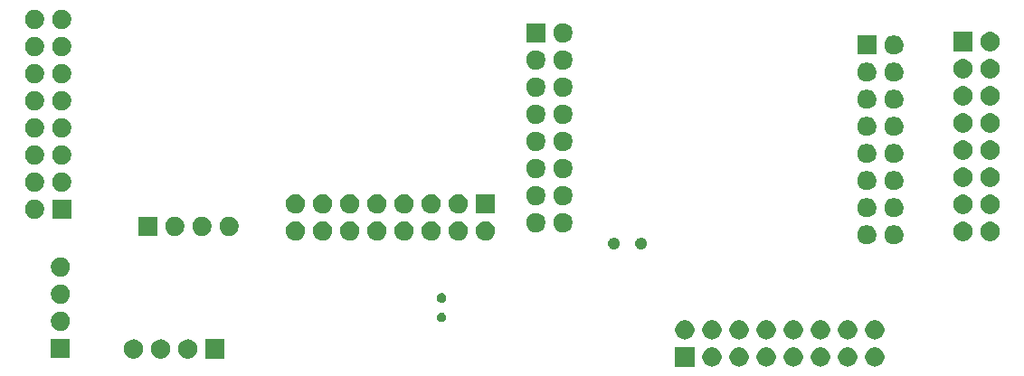
<source format=gbr>
G04 #@! TF.GenerationSoftware,KiCad,Pcbnew,(5.1.5)-3*
G04 #@! TF.CreationDate,2021-02-19T06:08:40+08:00*
G04 #@! TF.ProjectId,SMD810x_breakout,534d4438-3130-4785-9f62-7265616b6f75,rev?*
G04 #@! TF.SameCoordinates,Original*
G04 #@! TF.FileFunction,Soldermask,Bot*
G04 #@! TF.FilePolarity,Negative*
%FSLAX46Y46*%
G04 Gerber Fmt 4.6, Leading zero omitted, Abs format (unit mm)*
G04 Created by KiCad (PCBNEW (5.1.5)-3) date 2021-02-19 06:08:40*
%MOMM*%
%LPD*%
G04 APERTURE LIST*
%ADD10C,0.100000*%
G04 APERTURE END LIST*
D10*
G36*
X180773512Y-96393927D02*
G01*
X180922812Y-96423624D01*
X181086784Y-96491544D01*
X181234354Y-96590147D01*
X181359853Y-96715646D01*
X181458456Y-96863216D01*
X181526376Y-97027188D01*
X181561000Y-97201259D01*
X181561000Y-97378741D01*
X181526376Y-97552812D01*
X181458456Y-97716784D01*
X181359853Y-97864354D01*
X181234354Y-97989853D01*
X181086784Y-98088456D01*
X180922812Y-98156376D01*
X180773512Y-98186073D01*
X180748742Y-98191000D01*
X180571258Y-98191000D01*
X180546488Y-98186073D01*
X180397188Y-98156376D01*
X180233216Y-98088456D01*
X180085646Y-97989853D01*
X179960147Y-97864354D01*
X179861544Y-97716784D01*
X179793624Y-97552812D01*
X179759000Y-97378741D01*
X179759000Y-97201259D01*
X179793624Y-97027188D01*
X179861544Y-96863216D01*
X179960147Y-96715646D01*
X180085646Y-96590147D01*
X180233216Y-96491544D01*
X180397188Y-96423624D01*
X180546488Y-96393927D01*
X180571258Y-96389000D01*
X180748742Y-96389000D01*
X180773512Y-96393927D01*
G37*
G36*
X175693512Y-96393927D02*
G01*
X175842812Y-96423624D01*
X176006784Y-96491544D01*
X176154354Y-96590147D01*
X176279853Y-96715646D01*
X176378456Y-96863216D01*
X176446376Y-97027188D01*
X176481000Y-97201259D01*
X176481000Y-97378741D01*
X176446376Y-97552812D01*
X176378456Y-97716784D01*
X176279853Y-97864354D01*
X176154354Y-97989853D01*
X176006784Y-98088456D01*
X175842812Y-98156376D01*
X175693512Y-98186073D01*
X175668742Y-98191000D01*
X175491258Y-98191000D01*
X175466488Y-98186073D01*
X175317188Y-98156376D01*
X175153216Y-98088456D01*
X175005646Y-97989853D01*
X174880147Y-97864354D01*
X174781544Y-97716784D01*
X174713624Y-97552812D01*
X174679000Y-97378741D01*
X174679000Y-97201259D01*
X174713624Y-97027188D01*
X174781544Y-96863216D01*
X174880147Y-96715646D01*
X175005646Y-96590147D01*
X175153216Y-96491544D01*
X175317188Y-96423624D01*
X175466488Y-96393927D01*
X175491258Y-96389000D01*
X175668742Y-96389000D01*
X175693512Y-96393927D01*
G37*
G36*
X178233512Y-96393927D02*
G01*
X178382812Y-96423624D01*
X178546784Y-96491544D01*
X178694354Y-96590147D01*
X178819853Y-96715646D01*
X178918456Y-96863216D01*
X178986376Y-97027188D01*
X179021000Y-97201259D01*
X179021000Y-97378741D01*
X178986376Y-97552812D01*
X178918456Y-97716784D01*
X178819853Y-97864354D01*
X178694354Y-97989853D01*
X178546784Y-98088456D01*
X178382812Y-98156376D01*
X178233512Y-98186073D01*
X178208742Y-98191000D01*
X178031258Y-98191000D01*
X178006488Y-98186073D01*
X177857188Y-98156376D01*
X177693216Y-98088456D01*
X177545646Y-97989853D01*
X177420147Y-97864354D01*
X177321544Y-97716784D01*
X177253624Y-97552812D01*
X177219000Y-97378741D01*
X177219000Y-97201259D01*
X177253624Y-97027188D01*
X177321544Y-96863216D01*
X177420147Y-96715646D01*
X177545646Y-96590147D01*
X177693216Y-96491544D01*
X177857188Y-96423624D01*
X178006488Y-96393927D01*
X178031258Y-96389000D01*
X178208742Y-96389000D01*
X178233512Y-96393927D01*
G37*
G36*
X173153512Y-96393927D02*
G01*
X173302812Y-96423624D01*
X173466784Y-96491544D01*
X173614354Y-96590147D01*
X173739853Y-96715646D01*
X173838456Y-96863216D01*
X173906376Y-97027188D01*
X173941000Y-97201259D01*
X173941000Y-97378741D01*
X173906376Y-97552812D01*
X173838456Y-97716784D01*
X173739853Y-97864354D01*
X173614354Y-97989853D01*
X173466784Y-98088456D01*
X173302812Y-98156376D01*
X173153512Y-98186073D01*
X173128742Y-98191000D01*
X172951258Y-98191000D01*
X172926488Y-98186073D01*
X172777188Y-98156376D01*
X172613216Y-98088456D01*
X172465646Y-97989853D01*
X172340147Y-97864354D01*
X172241544Y-97716784D01*
X172173624Y-97552812D01*
X172139000Y-97378741D01*
X172139000Y-97201259D01*
X172173624Y-97027188D01*
X172241544Y-96863216D01*
X172340147Y-96715646D01*
X172465646Y-96590147D01*
X172613216Y-96491544D01*
X172777188Y-96423624D01*
X172926488Y-96393927D01*
X172951258Y-96389000D01*
X173128742Y-96389000D01*
X173153512Y-96393927D01*
G37*
G36*
X170613512Y-96393927D02*
G01*
X170762812Y-96423624D01*
X170926784Y-96491544D01*
X171074354Y-96590147D01*
X171199853Y-96715646D01*
X171298456Y-96863216D01*
X171366376Y-97027188D01*
X171401000Y-97201259D01*
X171401000Y-97378741D01*
X171366376Y-97552812D01*
X171298456Y-97716784D01*
X171199853Y-97864354D01*
X171074354Y-97989853D01*
X170926784Y-98088456D01*
X170762812Y-98156376D01*
X170613512Y-98186073D01*
X170588742Y-98191000D01*
X170411258Y-98191000D01*
X170386488Y-98186073D01*
X170237188Y-98156376D01*
X170073216Y-98088456D01*
X169925646Y-97989853D01*
X169800147Y-97864354D01*
X169701544Y-97716784D01*
X169633624Y-97552812D01*
X169599000Y-97378741D01*
X169599000Y-97201259D01*
X169633624Y-97027188D01*
X169701544Y-96863216D01*
X169800147Y-96715646D01*
X169925646Y-96590147D01*
X170073216Y-96491544D01*
X170237188Y-96423624D01*
X170386488Y-96393927D01*
X170411258Y-96389000D01*
X170588742Y-96389000D01*
X170613512Y-96393927D01*
G37*
G36*
X165533512Y-96393927D02*
G01*
X165682812Y-96423624D01*
X165846784Y-96491544D01*
X165994354Y-96590147D01*
X166119853Y-96715646D01*
X166218456Y-96863216D01*
X166286376Y-97027188D01*
X166321000Y-97201259D01*
X166321000Y-97378741D01*
X166286376Y-97552812D01*
X166218456Y-97716784D01*
X166119853Y-97864354D01*
X165994354Y-97989853D01*
X165846784Y-98088456D01*
X165682812Y-98156376D01*
X165533512Y-98186073D01*
X165508742Y-98191000D01*
X165331258Y-98191000D01*
X165306488Y-98186073D01*
X165157188Y-98156376D01*
X164993216Y-98088456D01*
X164845646Y-97989853D01*
X164720147Y-97864354D01*
X164621544Y-97716784D01*
X164553624Y-97552812D01*
X164519000Y-97378741D01*
X164519000Y-97201259D01*
X164553624Y-97027188D01*
X164621544Y-96863216D01*
X164720147Y-96715646D01*
X164845646Y-96590147D01*
X164993216Y-96491544D01*
X165157188Y-96423624D01*
X165306488Y-96393927D01*
X165331258Y-96389000D01*
X165508742Y-96389000D01*
X165533512Y-96393927D01*
G37*
G36*
X168073512Y-96393927D02*
G01*
X168222812Y-96423624D01*
X168386784Y-96491544D01*
X168534354Y-96590147D01*
X168659853Y-96715646D01*
X168758456Y-96863216D01*
X168826376Y-97027188D01*
X168861000Y-97201259D01*
X168861000Y-97378741D01*
X168826376Y-97552812D01*
X168758456Y-97716784D01*
X168659853Y-97864354D01*
X168534354Y-97989853D01*
X168386784Y-98088456D01*
X168222812Y-98156376D01*
X168073512Y-98186073D01*
X168048742Y-98191000D01*
X167871258Y-98191000D01*
X167846488Y-98186073D01*
X167697188Y-98156376D01*
X167533216Y-98088456D01*
X167385646Y-97989853D01*
X167260147Y-97864354D01*
X167161544Y-97716784D01*
X167093624Y-97552812D01*
X167059000Y-97378741D01*
X167059000Y-97201259D01*
X167093624Y-97027188D01*
X167161544Y-96863216D01*
X167260147Y-96715646D01*
X167385646Y-96590147D01*
X167533216Y-96491544D01*
X167697188Y-96423624D01*
X167846488Y-96393927D01*
X167871258Y-96389000D01*
X168048742Y-96389000D01*
X168073512Y-96393927D01*
G37*
G36*
X163781000Y-98191000D02*
G01*
X161979000Y-98191000D01*
X161979000Y-96389000D01*
X163781000Y-96389000D01*
X163781000Y-98191000D01*
G37*
G36*
X119801000Y-97451000D02*
G01*
X117999000Y-97451000D01*
X117999000Y-95649000D01*
X119801000Y-95649000D01*
X119801000Y-97451000D01*
G37*
G36*
X111393512Y-95653927D02*
G01*
X111542812Y-95683624D01*
X111706784Y-95751544D01*
X111854354Y-95850147D01*
X111979853Y-95975646D01*
X112078456Y-96123216D01*
X112146376Y-96287188D01*
X112181000Y-96461259D01*
X112181000Y-96638741D01*
X112146376Y-96812812D01*
X112078456Y-96976784D01*
X111979853Y-97124354D01*
X111854354Y-97249853D01*
X111706784Y-97348456D01*
X111542812Y-97416376D01*
X111393512Y-97446073D01*
X111368742Y-97451000D01*
X111191258Y-97451000D01*
X111166488Y-97446073D01*
X111017188Y-97416376D01*
X110853216Y-97348456D01*
X110705646Y-97249853D01*
X110580147Y-97124354D01*
X110481544Y-96976784D01*
X110413624Y-96812812D01*
X110379000Y-96638741D01*
X110379000Y-96461259D01*
X110413624Y-96287188D01*
X110481544Y-96123216D01*
X110580147Y-95975646D01*
X110705646Y-95850147D01*
X110853216Y-95751544D01*
X111017188Y-95683624D01*
X111166488Y-95653927D01*
X111191258Y-95649000D01*
X111368742Y-95649000D01*
X111393512Y-95653927D01*
G37*
G36*
X113933512Y-95653927D02*
G01*
X114082812Y-95683624D01*
X114246784Y-95751544D01*
X114394354Y-95850147D01*
X114519853Y-95975646D01*
X114618456Y-96123216D01*
X114686376Y-96287188D01*
X114721000Y-96461259D01*
X114721000Y-96638741D01*
X114686376Y-96812812D01*
X114618456Y-96976784D01*
X114519853Y-97124354D01*
X114394354Y-97249853D01*
X114246784Y-97348456D01*
X114082812Y-97416376D01*
X113933512Y-97446073D01*
X113908742Y-97451000D01*
X113731258Y-97451000D01*
X113706488Y-97446073D01*
X113557188Y-97416376D01*
X113393216Y-97348456D01*
X113245646Y-97249853D01*
X113120147Y-97124354D01*
X113021544Y-96976784D01*
X112953624Y-96812812D01*
X112919000Y-96638741D01*
X112919000Y-96461259D01*
X112953624Y-96287188D01*
X113021544Y-96123216D01*
X113120147Y-95975646D01*
X113245646Y-95850147D01*
X113393216Y-95751544D01*
X113557188Y-95683624D01*
X113706488Y-95653927D01*
X113731258Y-95649000D01*
X113908742Y-95649000D01*
X113933512Y-95653927D01*
G37*
G36*
X116473512Y-95653927D02*
G01*
X116622812Y-95683624D01*
X116786784Y-95751544D01*
X116934354Y-95850147D01*
X117059853Y-95975646D01*
X117158456Y-96123216D01*
X117226376Y-96287188D01*
X117261000Y-96461259D01*
X117261000Y-96638741D01*
X117226376Y-96812812D01*
X117158456Y-96976784D01*
X117059853Y-97124354D01*
X116934354Y-97249853D01*
X116786784Y-97348456D01*
X116622812Y-97416376D01*
X116473512Y-97446073D01*
X116448742Y-97451000D01*
X116271258Y-97451000D01*
X116246488Y-97446073D01*
X116097188Y-97416376D01*
X115933216Y-97348456D01*
X115785646Y-97249853D01*
X115660147Y-97124354D01*
X115561544Y-96976784D01*
X115493624Y-96812812D01*
X115459000Y-96638741D01*
X115459000Y-96461259D01*
X115493624Y-96287188D01*
X115561544Y-96123216D01*
X115660147Y-95975646D01*
X115785646Y-95850147D01*
X115933216Y-95751544D01*
X116097188Y-95683624D01*
X116246488Y-95653927D01*
X116271258Y-95649000D01*
X116448742Y-95649000D01*
X116473512Y-95653927D01*
G37*
G36*
X105341000Y-97381000D02*
G01*
X103539000Y-97381000D01*
X103539000Y-95579000D01*
X105341000Y-95579000D01*
X105341000Y-97381000D01*
G37*
G36*
X178233512Y-93853927D02*
G01*
X178382812Y-93883624D01*
X178546784Y-93951544D01*
X178694354Y-94050147D01*
X178819853Y-94175646D01*
X178918456Y-94323216D01*
X178986376Y-94487188D01*
X179021000Y-94661259D01*
X179021000Y-94838741D01*
X178986376Y-95012812D01*
X178918456Y-95176784D01*
X178819853Y-95324354D01*
X178694354Y-95449853D01*
X178546784Y-95548456D01*
X178382812Y-95616376D01*
X178233512Y-95646073D01*
X178208742Y-95651000D01*
X178031258Y-95651000D01*
X178006488Y-95646073D01*
X177857188Y-95616376D01*
X177693216Y-95548456D01*
X177545646Y-95449853D01*
X177420147Y-95324354D01*
X177321544Y-95176784D01*
X177253624Y-95012812D01*
X177219000Y-94838741D01*
X177219000Y-94661259D01*
X177253624Y-94487188D01*
X177321544Y-94323216D01*
X177420147Y-94175646D01*
X177545646Y-94050147D01*
X177693216Y-93951544D01*
X177857188Y-93883624D01*
X178006488Y-93853927D01*
X178031258Y-93849000D01*
X178208742Y-93849000D01*
X178233512Y-93853927D01*
G37*
G36*
X180773512Y-93853927D02*
G01*
X180922812Y-93883624D01*
X181086784Y-93951544D01*
X181234354Y-94050147D01*
X181359853Y-94175646D01*
X181458456Y-94323216D01*
X181526376Y-94487188D01*
X181561000Y-94661259D01*
X181561000Y-94838741D01*
X181526376Y-95012812D01*
X181458456Y-95176784D01*
X181359853Y-95324354D01*
X181234354Y-95449853D01*
X181086784Y-95548456D01*
X180922812Y-95616376D01*
X180773512Y-95646073D01*
X180748742Y-95651000D01*
X180571258Y-95651000D01*
X180546488Y-95646073D01*
X180397188Y-95616376D01*
X180233216Y-95548456D01*
X180085646Y-95449853D01*
X179960147Y-95324354D01*
X179861544Y-95176784D01*
X179793624Y-95012812D01*
X179759000Y-94838741D01*
X179759000Y-94661259D01*
X179793624Y-94487188D01*
X179861544Y-94323216D01*
X179960147Y-94175646D01*
X180085646Y-94050147D01*
X180233216Y-93951544D01*
X180397188Y-93883624D01*
X180546488Y-93853927D01*
X180571258Y-93849000D01*
X180748742Y-93849000D01*
X180773512Y-93853927D01*
G37*
G36*
X175693512Y-93853927D02*
G01*
X175842812Y-93883624D01*
X176006784Y-93951544D01*
X176154354Y-94050147D01*
X176279853Y-94175646D01*
X176378456Y-94323216D01*
X176446376Y-94487188D01*
X176481000Y-94661259D01*
X176481000Y-94838741D01*
X176446376Y-95012812D01*
X176378456Y-95176784D01*
X176279853Y-95324354D01*
X176154354Y-95449853D01*
X176006784Y-95548456D01*
X175842812Y-95616376D01*
X175693512Y-95646073D01*
X175668742Y-95651000D01*
X175491258Y-95651000D01*
X175466488Y-95646073D01*
X175317188Y-95616376D01*
X175153216Y-95548456D01*
X175005646Y-95449853D01*
X174880147Y-95324354D01*
X174781544Y-95176784D01*
X174713624Y-95012812D01*
X174679000Y-94838741D01*
X174679000Y-94661259D01*
X174713624Y-94487188D01*
X174781544Y-94323216D01*
X174880147Y-94175646D01*
X175005646Y-94050147D01*
X175153216Y-93951544D01*
X175317188Y-93883624D01*
X175466488Y-93853927D01*
X175491258Y-93849000D01*
X175668742Y-93849000D01*
X175693512Y-93853927D01*
G37*
G36*
X162993512Y-93853927D02*
G01*
X163142812Y-93883624D01*
X163306784Y-93951544D01*
X163454354Y-94050147D01*
X163579853Y-94175646D01*
X163678456Y-94323216D01*
X163746376Y-94487188D01*
X163781000Y-94661259D01*
X163781000Y-94838741D01*
X163746376Y-95012812D01*
X163678456Y-95176784D01*
X163579853Y-95324354D01*
X163454354Y-95449853D01*
X163306784Y-95548456D01*
X163142812Y-95616376D01*
X162993512Y-95646073D01*
X162968742Y-95651000D01*
X162791258Y-95651000D01*
X162766488Y-95646073D01*
X162617188Y-95616376D01*
X162453216Y-95548456D01*
X162305646Y-95449853D01*
X162180147Y-95324354D01*
X162081544Y-95176784D01*
X162013624Y-95012812D01*
X161979000Y-94838741D01*
X161979000Y-94661259D01*
X162013624Y-94487188D01*
X162081544Y-94323216D01*
X162180147Y-94175646D01*
X162305646Y-94050147D01*
X162453216Y-93951544D01*
X162617188Y-93883624D01*
X162766488Y-93853927D01*
X162791258Y-93849000D01*
X162968742Y-93849000D01*
X162993512Y-93853927D01*
G37*
G36*
X173153512Y-93853927D02*
G01*
X173302812Y-93883624D01*
X173466784Y-93951544D01*
X173614354Y-94050147D01*
X173739853Y-94175646D01*
X173838456Y-94323216D01*
X173906376Y-94487188D01*
X173941000Y-94661259D01*
X173941000Y-94838741D01*
X173906376Y-95012812D01*
X173838456Y-95176784D01*
X173739853Y-95324354D01*
X173614354Y-95449853D01*
X173466784Y-95548456D01*
X173302812Y-95616376D01*
X173153512Y-95646073D01*
X173128742Y-95651000D01*
X172951258Y-95651000D01*
X172926488Y-95646073D01*
X172777188Y-95616376D01*
X172613216Y-95548456D01*
X172465646Y-95449853D01*
X172340147Y-95324354D01*
X172241544Y-95176784D01*
X172173624Y-95012812D01*
X172139000Y-94838741D01*
X172139000Y-94661259D01*
X172173624Y-94487188D01*
X172241544Y-94323216D01*
X172340147Y-94175646D01*
X172465646Y-94050147D01*
X172613216Y-93951544D01*
X172777188Y-93883624D01*
X172926488Y-93853927D01*
X172951258Y-93849000D01*
X173128742Y-93849000D01*
X173153512Y-93853927D01*
G37*
G36*
X170613512Y-93853927D02*
G01*
X170762812Y-93883624D01*
X170926784Y-93951544D01*
X171074354Y-94050147D01*
X171199853Y-94175646D01*
X171298456Y-94323216D01*
X171366376Y-94487188D01*
X171401000Y-94661259D01*
X171401000Y-94838741D01*
X171366376Y-95012812D01*
X171298456Y-95176784D01*
X171199853Y-95324354D01*
X171074354Y-95449853D01*
X170926784Y-95548456D01*
X170762812Y-95616376D01*
X170613512Y-95646073D01*
X170588742Y-95651000D01*
X170411258Y-95651000D01*
X170386488Y-95646073D01*
X170237188Y-95616376D01*
X170073216Y-95548456D01*
X169925646Y-95449853D01*
X169800147Y-95324354D01*
X169701544Y-95176784D01*
X169633624Y-95012812D01*
X169599000Y-94838741D01*
X169599000Y-94661259D01*
X169633624Y-94487188D01*
X169701544Y-94323216D01*
X169800147Y-94175646D01*
X169925646Y-94050147D01*
X170073216Y-93951544D01*
X170237188Y-93883624D01*
X170386488Y-93853927D01*
X170411258Y-93849000D01*
X170588742Y-93849000D01*
X170613512Y-93853927D01*
G37*
G36*
X165533512Y-93853927D02*
G01*
X165682812Y-93883624D01*
X165846784Y-93951544D01*
X165994354Y-94050147D01*
X166119853Y-94175646D01*
X166218456Y-94323216D01*
X166286376Y-94487188D01*
X166321000Y-94661259D01*
X166321000Y-94838741D01*
X166286376Y-95012812D01*
X166218456Y-95176784D01*
X166119853Y-95324354D01*
X165994354Y-95449853D01*
X165846784Y-95548456D01*
X165682812Y-95616376D01*
X165533512Y-95646073D01*
X165508742Y-95651000D01*
X165331258Y-95651000D01*
X165306488Y-95646073D01*
X165157188Y-95616376D01*
X164993216Y-95548456D01*
X164845646Y-95449853D01*
X164720147Y-95324354D01*
X164621544Y-95176784D01*
X164553624Y-95012812D01*
X164519000Y-94838741D01*
X164519000Y-94661259D01*
X164553624Y-94487188D01*
X164621544Y-94323216D01*
X164720147Y-94175646D01*
X164845646Y-94050147D01*
X164993216Y-93951544D01*
X165157188Y-93883624D01*
X165306488Y-93853927D01*
X165331258Y-93849000D01*
X165508742Y-93849000D01*
X165533512Y-93853927D01*
G37*
G36*
X168073512Y-93853927D02*
G01*
X168222812Y-93883624D01*
X168386784Y-93951544D01*
X168534354Y-94050147D01*
X168659853Y-94175646D01*
X168758456Y-94323216D01*
X168826376Y-94487188D01*
X168861000Y-94661259D01*
X168861000Y-94838741D01*
X168826376Y-95012812D01*
X168758456Y-95176784D01*
X168659853Y-95324354D01*
X168534354Y-95449853D01*
X168386784Y-95548456D01*
X168222812Y-95616376D01*
X168073512Y-95646073D01*
X168048742Y-95651000D01*
X167871258Y-95651000D01*
X167846488Y-95646073D01*
X167697188Y-95616376D01*
X167533216Y-95548456D01*
X167385646Y-95449853D01*
X167260147Y-95324354D01*
X167161544Y-95176784D01*
X167093624Y-95012812D01*
X167059000Y-94838741D01*
X167059000Y-94661259D01*
X167093624Y-94487188D01*
X167161544Y-94323216D01*
X167260147Y-94175646D01*
X167385646Y-94050147D01*
X167533216Y-93951544D01*
X167697188Y-93883624D01*
X167846488Y-93853927D01*
X167871258Y-93849000D01*
X168048742Y-93849000D01*
X168073512Y-93853927D01*
G37*
G36*
X104553512Y-93043927D02*
G01*
X104702812Y-93073624D01*
X104866784Y-93141544D01*
X105014354Y-93240147D01*
X105139853Y-93365646D01*
X105238456Y-93513216D01*
X105306376Y-93677188D01*
X105341000Y-93851259D01*
X105341000Y-94028741D01*
X105306376Y-94202812D01*
X105238456Y-94366784D01*
X105139853Y-94514354D01*
X105014354Y-94639853D01*
X104866784Y-94738456D01*
X104702812Y-94806376D01*
X104553512Y-94836073D01*
X104528742Y-94841000D01*
X104351258Y-94841000D01*
X104326488Y-94836073D01*
X104177188Y-94806376D01*
X104013216Y-94738456D01*
X103865646Y-94639853D01*
X103740147Y-94514354D01*
X103641544Y-94366784D01*
X103573624Y-94202812D01*
X103539000Y-94028741D01*
X103539000Y-93851259D01*
X103573624Y-93677188D01*
X103641544Y-93513216D01*
X103740147Y-93365646D01*
X103865646Y-93240147D01*
X104013216Y-93141544D01*
X104177188Y-93073624D01*
X104326488Y-93043927D01*
X104351258Y-93039000D01*
X104528742Y-93039000D01*
X104553512Y-93043927D01*
G37*
G36*
X140241552Y-93150331D02*
G01*
X140323627Y-93184328D01*
X140323629Y-93184329D01*
X140360813Y-93209175D01*
X140397495Y-93233685D01*
X140460315Y-93296505D01*
X140509672Y-93370373D01*
X140543669Y-93452448D01*
X140561000Y-93539579D01*
X140561000Y-93628421D01*
X140543669Y-93715552D01*
X140509672Y-93797627D01*
X140509671Y-93797629D01*
X140460314Y-93871496D01*
X140397496Y-93934314D01*
X140323629Y-93983671D01*
X140323628Y-93983672D01*
X140323627Y-93983672D01*
X140241552Y-94017669D01*
X140154421Y-94035000D01*
X140065579Y-94035000D01*
X139978448Y-94017669D01*
X139896373Y-93983672D01*
X139896372Y-93983672D01*
X139896371Y-93983671D01*
X139822504Y-93934314D01*
X139759686Y-93871496D01*
X139710329Y-93797629D01*
X139710328Y-93797627D01*
X139676331Y-93715552D01*
X139659000Y-93628421D01*
X139659000Y-93539579D01*
X139676331Y-93452448D01*
X139710328Y-93370373D01*
X139759685Y-93296505D01*
X139822505Y-93233685D01*
X139859187Y-93209175D01*
X139896371Y-93184329D01*
X139896373Y-93184328D01*
X139978448Y-93150331D01*
X140065579Y-93133000D01*
X140154421Y-93133000D01*
X140241552Y-93150331D01*
G37*
G36*
X104553512Y-90503927D02*
G01*
X104702812Y-90533624D01*
X104866784Y-90601544D01*
X105014354Y-90700147D01*
X105139853Y-90825646D01*
X105238456Y-90973216D01*
X105306376Y-91137188D01*
X105341000Y-91311259D01*
X105341000Y-91488741D01*
X105306376Y-91662812D01*
X105238456Y-91826784D01*
X105139853Y-91974354D01*
X105014354Y-92099853D01*
X104866784Y-92198456D01*
X104702812Y-92266376D01*
X104553512Y-92296073D01*
X104528742Y-92301000D01*
X104351258Y-92301000D01*
X104326488Y-92296073D01*
X104177188Y-92266376D01*
X104013216Y-92198456D01*
X103865646Y-92099853D01*
X103740147Y-91974354D01*
X103641544Y-91826784D01*
X103573624Y-91662812D01*
X103539000Y-91488741D01*
X103539000Y-91311259D01*
X103573624Y-91137188D01*
X103641544Y-90973216D01*
X103740147Y-90825646D01*
X103865646Y-90700147D01*
X104013216Y-90601544D01*
X104177188Y-90533624D01*
X104326488Y-90503927D01*
X104351258Y-90499000D01*
X104528742Y-90499000D01*
X104553512Y-90503927D01*
G37*
G36*
X140241552Y-91326331D02*
G01*
X140323627Y-91360328D01*
X140323629Y-91360329D01*
X140360813Y-91385175D01*
X140397495Y-91409685D01*
X140460315Y-91472505D01*
X140509672Y-91546373D01*
X140543669Y-91628448D01*
X140561000Y-91715579D01*
X140561000Y-91804421D01*
X140543669Y-91891552D01*
X140509672Y-91973627D01*
X140509671Y-91973629D01*
X140460314Y-92047496D01*
X140397496Y-92110314D01*
X140323629Y-92159671D01*
X140323628Y-92159672D01*
X140323627Y-92159672D01*
X140241552Y-92193669D01*
X140154421Y-92211000D01*
X140065579Y-92211000D01*
X139978448Y-92193669D01*
X139896373Y-92159672D01*
X139896372Y-92159672D01*
X139896371Y-92159671D01*
X139822504Y-92110314D01*
X139759686Y-92047496D01*
X139710329Y-91973629D01*
X139710328Y-91973627D01*
X139676331Y-91891552D01*
X139659000Y-91804421D01*
X139659000Y-91715579D01*
X139676331Y-91628448D01*
X139710328Y-91546373D01*
X139759685Y-91472505D01*
X139822505Y-91409685D01*
X139859187Y-91385175D01*
X139896371Y-91360329D01*
X139896373Y-91360328D01*
X139978448Y-91326331D01*
X140065579Y-91309000D01*
X140154421Y-91309000D01*
X140241552Y-91326331D01*
G37*
G36*
X104553512Y-87963927D02*
G01*
X104702812Y-87993624D01*
X104866784Y-88061544D01*
X105014354Y-88160147D01*
X105139853Y-88285646D01*
X105238456Y-88433216D01*
X105306376Y-88597188D01*
X105341000Y-88771259D01*
X105341000Y-88948741D01*
X105306376Y-89122812D01*
X105238456Y-89286784D01*
X105139853Y-89434354D01*
X105014354Y-89559853D01*
X104866784Y-89658456D01*
X104702812Y-89726376D01*
X104553512Y-89756073D01*
X104528742Y-89761000D01*
X104351258Y-89761000D01*
X104326488Y-89756073D01*
X104177188Y-89726376D01*
X104013216Y-89658456D01*
X103865646Y-89559853D01*
X103740147Y-89434354D01*
X103641544Y-89286784D01*
X103573624Y-89122812D01*
X103539000Y-88948741D01*
X103539000Y-88771259D01*
X103573624Y-88597188D01*
X103641544Y-88433216D01*
X103740147Y-88285646D01*
X103865646Y-88160147D01*
X104013216Y-88061544D01*
X104177188Y-87993624D01*
X104326488Y-87963927D01*
X104351258Y-87959000D01*
X104528742Y-87959000D01*
X104553512Y-87963927D01*
G37*
G36*
X158940721Y-86130174D02*
G01*
X159040995Y-86171709D01*
X159053183Y-86179853D01*
X159131242Y-86232010D01*
X159207990Y-86308758D01*
X159207991Y-86308760D01*
X159268291Y-86399005D01*
X159309826Y-86499279D01*
X159331000Y-86605730D01*
X159331000Y-86714270D01*
X159309826Y-86820721D01*
X159268291Y-86920995D01*
X159268290Y-86920996D01*
X159207990Y-87011242D01*
X159131242Y-87087990D01*
X159085812Y-87118345D01*
X159040995Y-87148291D01*
X158940721Y-87189826D01*
X158834270Y-87211000D01*
X158725730Y-87211000D01*
X158619279Y-87189826D01*
X158519005Y-87148291D01*
X158474188Y-87118345D01*
X158428758Y-87087990D01*
X158352010Y-87011242D01*
X158291710Y-86920996D01*
X158291709Y-86920995D01*
X158250174Y-86820721D01*
X158229000Y-86714270D01*
X158229000Y-86605730D01*
X158250174Y-86499279D01*
X158291709Y-86399005D01*
X158352009Y-86308760D01*
X158352010Y-86308758D01*
X158428758Y-86232010D01*
X158506817Y-86179853D01*
X158519005Y-86171709D01*
X158619279Y-86130174D01*
X158725730Y-86109000D01*
X158834270Y-86109000D01*
X158940721Y-86130174D01*
G37*
G36*
X156400721Y-86130174D02*
G01*
X156500995Y-86171709D01*
X156513183Y-86179853D01*
X156591242Y-86232010D01*
X156667990Y-86308758D01*
X156667991Y-86308760D01*
X156728291Y-86399005D01*
X156769826Y-86499279D01*
X156791000Y-86605730D01*
X156791000Y-86714270D01*
X156769826Y-86820721D01*
X156728291Y-86920995D01*
X156728290Y-86920996D01*
X156667990Y-87011242D01*
X156591242Y-87087990D01*
X156545812Y-87118345D01*
X156500995Y-87148291D01*
X156400721Y-87189826D01*
X156294270Y-87211000D01*
X156185730Y-87211000D01*
X156079279Y-87189826D01*
X155979005Y-87148291D01*
X155934188Y-87118345D01*
X155888758Y-87087990D01*
X155812010Y-87011242D01*
X155751710Y-86920996D01*
X155751709Y-86920995D01*
X155710174Y-86820721D01*
X155689000Y-86714270D01*
X155689000Y-86605730D01*
X155710174Y-86499279D01*
X155751709Y-86399005D01*
X155812009Y-86308760D01*
X155812010Y-86308758D01*
X155888758Y-86232010D01*
X155966817Y-86179853D01*
X155979005Y-86171709D01*
X156079279Y-86130174D01*
X156185730Y-86109000D01*
X156294270Y-86109000D01*
X156400721Y-86130174D01*
G37*
G36*
X180023512Y-84953927D02*
G01*
X180172812Y-84983624D01*
X180336784Y-85051544D01*
X180484354Y-85150147D01*
X180609853Y-85275646D01*
X180708456Y-85423216D01*
X180776376Y-85587188D01*
X180811000Y-85761259D01*
X180811000Y-85938741D01*
X180776376Y-86112812D01*
X180708456Y-86276784D01*
X180609853Y-86424354D01*
X180484354Y-86549853D01*
X180336784Y-86648456D01*
X180172812Y-86716376D01*
X180023512Y-86746073D01*
X179998742Y-86751000D01*
X179821258Y-86751000D01*
X179796488Y-86746073D01*
X179647188Y-86716376D01*
X179483216Y-86648456D01*
X179335646Y-86549853D01*
X179210147Y-86424354D01*
X179111544Y-86276784D01*
X179043624Y-86112812D01*
X179009000Y-85938741D01*
X179009000Y-85761259D01*
X179043624Y-85587188D01*
X179111544Y-85423216D01*
X179210147Y-85275646D01*
X179335646Y-85150147D01*
X179483216Y-85051544D01*
X179647188Y-84983624D01*
X179796488Y-84953927D01*
X179821258Y-84949000D01*
X179998742Y-84949000D01*
X180023512Y-84953927D01*
G37*
G36*
X182563512Y-84953927D02*
G01*
X182712812Y-84983624D01*
X182876784Y-85051544D01*
X183024354Y-85150147D01*
X183149853Y-85275646D01*
X183248456Y-85423216D01*
X183316376Y-85587188D01*
X183351000Y-85761259D01*
X183351000Y-85938741D01*
X183316376Y-86112812D01*
X183248456Y-86276784D01*
X183149853Y-86424354D01*
X183024354Y-86549853D01*
X182876784Y-86648456D01*
X182712812Y-86716376D01*
X182563512Y-86746073D01*
X182538742Y-86751000D01*
X182361258Y-86751000D01*
X182336488Y-86746073D01*
X182187188Y-86716376D01*
X182023216Y-86648456D01*
X181875646Y-86549853D01*
X181750147Y-86424354D01*
X181651544Y-86276784D01*
X181583624Y-86112812D01*
X181549000Y-85938741D01*
X181549000Y-85761259D01*
X181583624Y-85587188D01*
X181651544Y-85423216D01*
X181750147Y-85275646D01*
X181875646Y-85150147D01*
X182023216Y-85051544D01*
X182187188Y-84983624D01*
X182336488Y-84953927D01*
X182361258Y-84949000D01*
X182538742Y-84949000D01*
X182563512Y-84953927D01*
G37*
G36*
X191563512Y-84643927D02*
G01*
X191712812Y-84673624D01*
X191876784Y-84741544D01*
X192024354Y-84840147D01*
X192149853Y-84965646D01*
X192248456Y-85113216D01*
X192316376Y-85277188D01*
X192351000Y-85451259D01*
X192351000Y-85628741D01*
X192316376Y-85802812D01*
X192248456Y-85966784D01*
X192149853Y-86114354D01*
X192024354Y-86239853D01*
X191876784Y-86338456D01*
X191712812Y-86406376D01*
X191563512Y-86436073D01*
X191538742Y-86441000D01*
X191361258Y-86441000D01*
X191336488Y-86436073D01*
X191187188Y-86406376D01*
X191023216Y-86338456D01*
X190875646Y-86239853D01*
X190750147Y-86114354D01*
X190651544Y-85966784D01*
X190583624Y-85802812D01*
X190549000Y-85628741D01*
X190549000Y-85451259D01*
X190583624Y-85277188D01*
X190651544Y-85113216D01*
X190750147Y-84965646D01*
X190875646Y-84840147D01*
X191023216Y-84741544D01*
X191187188Y-84673624D01*
X191336488Y-84643927D01*
X191361258Y-84639000D01*
X191538742Y-84639000D01*
X191563512Y-84643927D01*
G37*
G36*
X189023512Y-84643927D02*
G01*
X189172812Y-84673624D01*
X189336784Y-84741544D01*
X189484354Y-84840147D01*
X189609853Y-84965646D01*
X189708456Y-85113216D01*
X189776376Y-85277188D01*
X189811000Y-85451259D01*
X189811000Y-85628741D01*
X189776376Y-85802812D01*
X189708456Y-85966784D01*
X189609853Y-86114354D01*
X189484354Y-86239853D01*
X189336784Y-86338456D01*
X189172812Y-86406376D01*
X189023512Y-86436073D01*
X188998742Y-86441000D01*
X188821258Y-86441000D01*
X188796488Y-86436073D01*
X188647188Y-86406376D01*
X188483216Y-86338456D01*
X188335646Y-86239853D01*
X188210147Y-86114354D01*
X188111544Y-85966784D01*
X188043624Y-85802812D01*
X188009000Y-85628741D01*
X188009000Y-85451259D01*
X188043624Y-85277188D01*
X188111544Y-85113216D01*
X188210147Y-84965646D01*
X188335646Y-84840147D01*
X188483216Y-84741544D01*
X188647188Y-84673624D01*
X188796488Y-84643927D01*
X188821258Y-84639000D01*
X188998742Y-84639000D01*
X189023512Y-84643927D01*
G37*
G36*
X141793512Y-84583927D02*
G01*
X141942812Y-84613624D01*
X142106784Y-84681544D01*
X142254354Y-84780147D01*
X142379853Y-84905646D01*
X142478456Y-85053216D01*
X142546376Y-85217188D01*
X142581000Y-85391259D01*
X142581000Y-85568741D01*
X142546376Y-85742812D01*
X142478456Y-85906784D01*
X142379853Y-86054354D01*
X142254354Y-86179853D01*
X142106784Y-86278456D01*
X141942812Y-86346376D01*
X141793512Y-86376073D01*
X141768742Y-86381000D01*
X141591258Y-86381000D01*
X141566488Y-86376073D01*
X141417188Y-86346376D01*
X141253216Y-86278456D01*
X141105646Y-86179853D01*
X140980147Y-86054354D01*
X140881544Y-85906784D01*
X140813624Y-85742812D01*
X140779000Y-85568741D01*
X140779000Y-85391259D01*
X140813624Y-85217188D01*
X140881544Y-85053216D01*
X140980147Y-84905646D01*
X141105646Y-84780147D01*
X141253216Y-84681544D01*
X141417188Y-84613624D01*
X141566488Y-84583927D01*
X141591258Y-84579000D01*
X141768742Y-84579000D01*
X141793512Y-84583927D01*
G37*
G36*
X144333512Y-84583927D02*
G01*
X144482812Y-84613624D01*
X144646784Y-84681544D01*
X144794354Y-84780147D01*
X144919853Y-84905646D01*
X145018456Y-85053216D01*
X145086376Y-85217188D01*
X145121000Y-85391259D01*
X145121000Y-85568741D01*
X145086376Y-85742812D01*
X145018456Y-85906784D01*
X144919853Y-86054354D01*
X144794354Y-86179853D01*
X144646784Y-86278456D01*
X144482812Y-86346376D01*
X144333512Y-86376073D01*
X144308742Y-86381000D01*
X144131258Y-86381000D01*
X144106488Y-86376073D01*
X143957188Y-86346376D01*
X143793216Y-86278456D01*
X143645646Y-86179853D01*
X143520147Y-86054354D01*
X143421544Y-85906784D01*
X143353624Y-85742812D01*
X143319000Y-85568741D01*
X143319000Y-85391259D01*
X143353624Y-85217188D01*
X143421544Y-85053216D01*
X143520147Y-84905646D01*
X143645646Y-84780147D01*
X143793216Y-84681544D01*
X143957188Y-84613624D01*
X144106488Y-84583927D01*
X144131258Y-84579000D01*
X144308742Y-84579000D01*
X144333512Y-84583927D01*
G37*
G36*
X126553512Y-84583927D02*
G01*
X126702812Y-84613624D01*
X126866784Y-84681544D01*
X127014354Y-84780147D01*
X127139853Y-84905646D01*
X127238456Y-85053216D01*
X127306376Y-85217188D01*
X127341000Y-85391259D01*
X127341000Y-85568741D01*
X127306376Y-85742812D01*
X127238456Y-85906784D01*
X127139853Y-86054354D01*
X127014354Y-86179853D01*
X126866784Y-86278456D01*
X126702812Y-86346376D01*
X126553512Y-86376073D01*
X126528742Y-86381000D01*
X126351258Y-86381000D01*
X126326488Y-86376073D01*
X126177188Y-86346376D01*
X126013216Y-86278456D01*
X125865646Y-86179853D01*
X125740147Y-86054354D01*
X125641544Y-85906784D01*
X125573624Y-85742812D01*
X125539000Y-85568741D01*
X125539000Y-85391259D01*
X125573624Y-85217188D01*
X125641544Y-85053216D01*
X125740147Y-84905646D01*
X125865646Y-84780147D01*
X126013216Y-84681544D01*
X126177188Y-84613624D01*
X126326488Y-84583927D01*
X126351258Y-84579000D01*
X126528742Y-84579000D01*
X126553512Y-84583927D01*
G37*
G36*
X139253512Y-84583927D02*
G01*
X139402812Y-84613624D01*
X139566784Y-84681544D01*
X139714354Y-84780147D01*
X139839853Y-84905646D01*
X139938456Y-85053216D01*
X140006376Y-85217188D01*
X140041000Y-85391259D01*
X140041000Y-85568741D01*
X140006376Y-85742812D01*
X139938456Y-85906784D01*
X139839853Y-86054354D01*
X139714354Y-86179853D01*
X139566784Y-86278456D01*
X139402812Y-86346376D01*
X139253512Y-86376073D01*
X139228742Y-86381000D01*
X139051258Y-86381000D01*
X139026488Y-86376073D01*
X138877188Y-86346376D01*
X138713216Y-86278456D01*
X138565646Y-86179853D01*
X138440147Y-86054354D01*
X138341544Y-85906784D01*
X138273624Y-85742812D01*
X138239000Y-85568741D01*
X138239000Y-85391259D01*
X138273624Y-85217188D01*
X138341544Y-85053216D01*
X138440147Y-84905646D01*
X138565646Y-84780147D01*
X138713216Y-84681544D01*
X138877188Y-84613624D01*
X139026488Y-84583927D01*
X139051258Y-84579000D01*
X139228742Y-84579000D01*
X139253512Y-84583927D01*
G37*
G36*
X136713512Y-84583927D02*
G01*
X136862812Y-84613624D01*
X137026784Y-84681544D01*
X137174354Y-84780147D01*
X137299853Y-84905646D01*
X137398456Y-85053216D01*
X137466376Y-85217188D01*
X137501000Y-85391259D01*
X137501000Y-85568741D01*
X137466376Y-85742812D01*
X137398456Y-85906784D01*
X137299853Y-86054354D01*
X137174354Y-86179853D01*
X137026784Y-86278456D01*
X136862812Y-86346376D01*
X136713512Y-86376073D01*
X136688742Y-86381000D01*
X136511258Y-86381000D01*
X136486488Y-86376073D01*
X136337188Y-86346376D01*
X136173216Y-86278456D01*
X136025646Y-86179853D01*
X135900147Y-86054354D01*
X135801544Y-85906784D01*
X135733624Y-85742812D01*
X135699000Y-85568741D01*
X135699000Y-85391259D01*
X135733624Y-85217188D01*
X135801544Y-85053216D01*
X135900147Y-84905646D01*
X136025646Y-84780147D01*
X136173216Y-84681544D01*
X136337188Y-84613624D01*
X136486488Y-84583927D01*
X136511258Y-84579000D01*
X136688742Y-84579000D01*
X136713512Y-84583927D01*
G37*
G36*
X134173512Y-84583927D02*
G01*
X134322812Y-84613624D01*
X134486784Y-84681544D01*
X134634354Y-84780147D01*
X134759853Y-84905646D01*
X134858456Y-85053216D01*
X134926376Y-85217188D01*
X134961000Y-85391259D01*
X134961000Y-85568741D01*
X134926376Y-85742812D01*
X134858456Y-85906784D01*
X134759853Y-86054354D01*
X134634354Y-86179853D01*
X134486784Y-86278456D01*
X134322812Y-86346376D01*
X134173512Y-86376073D01*
X134148742Y-86381000D01*
X133971258Y-86381000D01*
X133946488Y-86376073D01*
X133797188Y-86346376D01*
X133633216Y-86278456D01*
X133485646Y-86179853D01*
X133360147Y-86054354D01*
X133261544Y-85906784D01*
X133193624Y-85742812D01*
X133159000Y-85568741D01*
X133159000Y-85391259D01*
X133193624Y-85217188D01*
X133261544Y-85053216D01*
X133360147Y-84905646D01*
X133485646Y-84780147D01*
X133633216Y-84681544D01*
X133797188Y-84613624D01*
X133946488Y-84583927D01*
X133971258Y-84579000D01*
X134148742Y-84579000D01*
X134173512Y-84583927D01*
G37*
G36*
X131633512Y-84583927D02*
G01*
X131782812Y-84613624D01*
X131946784Y-84681544D01*
X132094354Y-84780147D01*
X132219853Y-84905646D01*
X132318456Y-85053216D01*
X132386376Y-85217188D01*
X132421000Y-85391259D01*
X132421000Y-85568741D01*
X132386376Y-85742812D01*
X132318456Y-85906784D01*
X132219853Y-86054354D01*
X132094354Y-86179853D01*
X131946784Y-86278456D01*
X131782812Y-86346376D01*
X131633512Y-86376073D01*
X131608742Y-86381000D01*
X131431258Y-86381000D01*
X131406488Y-86376073D01*
X131257188Y-86346376D01*
X131093216Y-86278456D01*
X130945646Y-86179853D01*
X130820147Y-86054354D01*
X130721544Y-85906784D01*
X130653624Y-85742812D01*
X130619000Y-85568741D01*
X130619000Y-85391259D01*
X130653624Y-85217188D01*
X130721544Y-85053216D01*
X130820147Y-84905646D01*
X130945646Y-84780147D01*
X131093216Y-84681544D01*
X131257188Y-84613624D01*
X131406488Y-84583927D01*
X131431258Y-84579000D01*
X131608742Y-84579000D01*
X131633512Y-84583927D01*
G37*
G36*
X129093512Y-84583927D02*
G01*
X129242812Y-84613624D01*
X129406784Y-84681544D01*
X129554354Y-84780147D01*
X129679853Y-84905646D01*
X129778456Y-85053216D01*
X129846376Y-85217188D01*
X129881000Y-85391259D01*
X129881000Y-85568741D01*
X129846376Y-85742812D01*
X129778456Y-85906784D01*
X129679853Y-86054354D01*
X129554354Y-86179853D01*
X129406784Y-86278456D01*
X129242812Y-86346376D01*
X129093512Y-86376073D01*
X129068742Y-86381000D01*
X128891258Y-86381000D01*
X128866488Y-86376073D01*
X128717188Y-86346376D01*
X128553216Y-86278456D01*
X128405646Y-86179853D01*
X128280147Y-86054354D01*
X128181544Y-85906784D01*
X128113624Y-85742812D01*
X128079000Y-85568741D01*
X128079000Y-85391259D01*
X128113624Y-85217188D01*
X128181544Y-85053216D01*
X128280147Y-84905646D01*
X128405646Y-84780147D01*
X128553216Y-84681544D01*
X128717188Y-84613624D01*
X128866488Y-84583927D01*
X128891258Y-84579000D01*
X129068742Y-84579000D01*
X129093512Y-84583927D01*
G37*
G36*
X113501000Y-85951000D02*
G01*
X111699000Y-85951000D01*
X111699000Y-84149000D01*
X113501000Y-84149000D01*
X113501000Y-85951000D01*
G37*
G36*
X120333512Y-84153927D02*
G01*
X120482812Y-84183624D01*
X120646784Y-84251544D01*
X120794354Y-84350147D01*
X120919853Y-84475646D01*
X121018456Y-84623216D01*
X121086376Y-84787188D01*
X121121000Y-84961259D01*
X121121000Y-85138741D01*
X121086376Y-85312812D01*
X121018456Y-85476784D01*
X120919853Y-85624354D01*
X120794354Y-85749853D01*
X120646784Y-85848456D01*
X120482812Y-85916376D01*
X120333512Y-85946073D01*
X120308742Y-85951000D01*
X120131258Y-85951000D01*
X120106488Y-85946073D01*
X119957188Y-85916376D01*
X119793216Y-85848456D01*
X119645646Y-85749853D01*
X119520147Y-85624354D01*
X119421544Y-85476784D01*
X119353624Y-85312812D01*
X119319000Y-85138741D01*
X119319000Y-84961259D01*
X119353624Y-84787188D01*
X119421544Y-84623216D01*
X119520147Y-84475646D01*
X119645646Y-84350147D01*
X119793216Y-84251544D01*
X119957188Y-84183624D01*
X120106488Y-84153927D01*
X120131258Y-84149000D01*
X120308742Y-84149000D01*
X120333512Y-84153927D01*
G37*
G36*
X115253512Y-84153927D02*
G01*
X115402812Y-84183624D01*
X115566784Y-84251544D01*
X115714354Y-84350147D01*
X115839853Y-84475646D01*
X115938456Y-84623216D01*
X116006376Y-84787188D01*
X116041000Y-84961259D01*
X116041000Y-85138741D01*
X116006376Y-85312812D01*
X115938456Y-85476784D01*
X115839853Y-85624354D01*
X115714354Y-85749853D01*
X115566784Y-85848456D01*
X115402812Y-85916376D01*
X115253512Y-85946073D01*
X115228742Y-85951000D01*
X115051258Y-85951000D01*
X115026488Y-85946073D01*
X114877188Y-85916376D01*
X114713216Y-85848456D01*
X114565646Y-85749853D01*
X114440147Y-85624354D01*
X114341544Y-85476784D01*
X114273624Y-85312812D01*
X114239000Y-85138741D01*
X114239000Y-84961259D01*
X114273624Y-84787188D01*
X114341544Y-84623216D01*
X114440147Y-84475646D01*
X114565646Y-84350147D01*
X114713216Y-84251544D01*
X114877188Y-84183624D01*
X115026488Y-84153927D01*
X115051258Y-84149000D01*
X115228742Y-84149000D01*
X115253512Y-84153927D01*
G37*
G36*
X117793512Y-84153927D02*
G01*
X117942812Y-84183624D01*
X118106784Y-84251544D01*
X118254354Y-84350147D01*
X118379853Y-84475646D01*
X118478456Y-84623216D01*
X118546376Y-84787188D01*
X118581000Y-84961259D01*
X118581000Y-85138741D01*
X118546376Y-85312812D01*
X118478456Y-85476784D01*
X118379853Y-85624354D01*
X118254354Y-85749853D01*
X118106784Y-85848456D01*
X117942812Y-85916376D01*
X117793512Y-85946073D01*
X117768742Y-85951000D01*
X117591258Y-85951000D01*
X117566488Y-85946073D01*
X117417188Y-85916376D01*
X117253216Y-85848456D01*
X117105646Y-85749853D01*
X116980147Y-85624354D01*
X116881544Y-85476784D01*
X116813624Y-85312812D01*
X116779000Y-85138741D01*
X116779000Y-84961259D01*
X116813624Y-84787188D01*
X116881544Y-84623216D01*
X116980147Y-84475646D01*
X117105646Y-84350147D01*
X117253216Y-84251544D01*
X117417188Y-84183624D01*
X117566488Y-84153927D01*
X117591258Y-84149000D01*
X117768742Y-84149000D01*
X117793512Y-84153927D01*
G37*
G36*
X151583512Y-83813927D02*
G01*
X151732812Y-83843624D01*
X151896784Y-83911544D01*
X152044354Y-84010147D01*
X152169853Y-84135646D01*
X152268456Y-84283216D01*
X152336376Y-84447188D01*
X152371000Y-84621259D01*
X152371000Y-84798741D01*
X152336376Y-84972812D01*
X152268456Y-85136784D01*
X152169853Y-85284354D01*
X152044354Y-85409853D01*
X151896784Y-85508456D01*
X151732812Y-85576376D01*
X151583512Y-85606073D01*
X151558742Y-85611000D01*
X151381258Y-85611000D01*
X151356488Y-85606073D01*
X151207188Y-85576376D01*
X151043216Y-85508456D01*
X150895646Y-85409853D01*
X150770147Y-85284354D01*
X150671544Y-85136784D01*
X150603624Y-84972812D01*
X150569000Y-84798741D01*
X150569000Y-84621259D01*
X150603624Y-84447188D01*
X150671544Y-84283216D01*
X150770147Y-84135646D01*
X150895646Y-84010147D01*
X151043216Y-83911544D01*
X151207188Y-83843624D01*
X151356488Y-83813927D01*
X151381258Y-83809000D01*
X151558742Y-83809000D01*
X151583512Y-83813927D01*
G37*
G36*
X149043512Y-83813927D02*
G01*
X149192812Y-83843624D01*
X149356784Y-83911544D01*
X149504354Y-84010147D01*
X149629853Y-84135646D01*
X149728456Y-84283216D01*
X149796376Y-84447188D01*
X149831000Y-84621259D01*
X149831000Y-84798741D01*
X149796376Y-84972812D01*
X149728456Y-85136784D01*
X149629853Y-85284354D01*
X149504354Y-85409853D01*
X149356784Y-85508456D01*
X149192812Y-85576376D01*
X149043512Y-85606073D01*
X149018742Y-85611000D01*
X148841258Y-85611000D01*
X148816488Y-85606073D01*
X148667188Y-85576376D01*
X148503216Y-85508456D01*
X148355646Y-85409853D01*
X148230147Y-85284354D01*
X148131544Y-85136784D01*
X148063624Y-84972812D01*
X148029000Y-84798741D01*
X148029000Y-84621259D01*
X148063624Y-84447188D01*
X148131544Y-84283216D01*
X148230147Y-84135646D01*
X148355646Y-84010147D01*
X148503216Y-83911544D01*
X148667188Y-83843624D01*
X148816488Y-83813927D01*
X148841258Y-83809000D01*
X149018742Y-83809000D01*
X149043512Y-83813927D01*
G37*
G36*
X105461000Y-84351000D02*
G01*
X103659000Y-84351000D01*
X103659000Y-82549000D01*
X105461000Y-82549000D01*
X105461000Y-84351000D01*
G37*
G36*
X102133512Y-82553927D02*
G01*
X102282812Y-82583624D01*
X102446784Y-82651544D01*
X102594354Y-82750147D01*
X102719853Y-82875646D01*
X102818456Y-83023216D01*
X102886376Y-83187188D01*
X102921000Y-83361259D01*
X102921000Y-83538741D01*
X102886376Y-83712812D01*
X102818456Y-83876784D01*
X102719853Y-84024354D01*
X102594354Y-84149853D01*
X102446784Y-84248456D01*
X102282812Y-84316376D01*
X102133512Y-84346073D01*
X102108742Y-84351000D01*
X101931258Y-84351000D01*
X101906488Y-84346073D01*
X101757188Y-84316376D01*
X101593216Y-84248456D01*
X101445646Y-84149853D01*
X101320147Y-84024354D01*
X101221544Y-83876784D01*
X101153624Y-83712812D01*
X101119000Y-83538741D01*
X101119000Y-83361259D01*
X101153624Y-83187188D01*
X101221544Y-83023216D01*
X101320147Y-82875646D01*
X101445646Y-82750147D01*
X101593216Y-82651544D01*
X101757188Y-82583624D01*
X101906488Y-82553927D01*
X101931258Y-82549000D01*
X102108742Y-82549000D01*
X102133512Y-82553927D01*
G37*
G36*
X182563512Y-82413927D02*
G01*
X182712812Y-82443624D01*
X182876784Y-82511544D01*
X183024354Y-82610147D01*
X183149853Y-82735646D01*
X183248456Y-82883216D01*
X183316376Y-83047188D01*
X183351000Y-83221259D01*
X183351000Y-83398741D01*
X183316376Y-83572812D01*
X183248456Y-83736784D01*
X183149853Y-83884354D01*
X183024354Y-84009853D01*
X182876784Y-84108456D01*
X182712812Y-84176376D01*
X182563512Y-84206073D01*
X182538742Y-84211000D01*
X182361258Y-84211000D01*
X182336488Y-84206073D01*
X182187188Y-84176376D01*
X182023216Y-84108456D01*
X181875646Y-84009853D01*
X181750147Y-83884354D01*
X181651544Y-83736784D01*
X181583624Y-83572812D01*
X181549000Y-83398741D01*
X181549000Y-83221259D01*
X181583624Y-83047188D01*
X181651544Y-82883216D01*
X181750147Y-82735646D01*
X181875646Y-82610147D01*
X182023216Y-82511544D01*
X182187188Y-82443624D01*
X182336488Y-82413927D01*
X182361258Y-82409000D01*
X182538742Y-82409000D01*
X182563512Y-82413927D01*
G37*
G36*
X180023512Y-82413927D02*
G01*
X180172812Y-82443624D01*
X180336784Y-82511544D01*
X180484354Y-82610147D01*
X180609853Y-82735646D01*
X180708456Y-82883216D01*
X180776376Y-83047188D01*
X180811000Y-83221259D01*
X180811000Y-83398741D01*
X180776376Y-83572812D01*
X180708456Y-83736784D01*
X180609853Y-83884354D01*
X180484354Y-84009853D01*
X180336784Y-84108456D01*
X180172812Y-84176376D01*
X180023512Y-84206073D01*
X179998742Y-84211000D01*
X179821258Y-84211000D01*
X179796488Y-84206073D01*
X179647188Y-84176376D01*
X179483216Y-84108456D01*
X179335646Y-84009853D01*
X179210147Y-83884354D01*
X179111544Y-83736784D01*
X179043624Y-83572812D01*
X179009000Y-83398741D01*
X179009000Y-83221259D01*
X179043624Y-83047188D01*
X179111544Y-82883216D01*
X179210147Y-82735646D01*
X179335646Y-82610147D01*
X179483216Y-82511544D01*
X179647188Y-82443624D01*
X179796488Y-82413927D01*
X179821258Y-82409000D01*
X179998742Y-82409000D01*
X180023512Y-82413927D01*
G37*
G36*
X191563512Y-82103927D02*
G01*
X191712812Y-82133624D01*
X191876784Y-82201544D01*
X192024354Y-82300147D01*
X192149853Y-82425646D01*
X192248456Y-82573216D01*
X192316376Y-82737188D01*
X192351000Y-82911259D01*
X192351000Y-83088741D01*
X192316376Y-83262812D01*
X192248456Y-83426784D01*
X192149853Y-83574354D01*
X192024354Y-83699853D01*
X191876784Y-83798456D01*
X191712812Y-83866376D01*
X191563512Y-83896073D01*
X191538742Y-83901000D01*
X191361258Y-83901000D01*
X191336488Y-83896073D01*
X191187188Y-83866376D01*
X191023216Y-83798456D01*
X190875646Y-83699853D01*
X190750147Y-83574354D01*
X190651544Y-83426784D01*
X190583624Y-83262812D01*
X190549000Y-83088741D01*
X190549000Y-82911259D01*
X190583624Y-82737188D01*
X190651544Y-82573216D01*
X190750147Y-82425646D01*
X190875646Y-82300147D01*
X191023216Y-82201544D01*
X191187188Y-82133624D01*
X191336488Y-82103927D01*
X191361258Y-82099000D01*
X191538742Y-82099000D01*
X191563512Y-82103927D01*
G37*
G36*
X189023512Y-82103927D02*
G01*
X189172812Y-82133624D01*
X189336784Y-82201544D01*
X189484354Y-82300147D01*
X189609853Y-82425646D01*
X189708456Y-82573216D01*
X189776376Y-82737188D01*
X189811000Y-82911259D01*
X189811000Y-83088741D01*
X189776376Y-83262812D01*
X189708456Y-83426784D01*
X189609853Y-83574354D01*
X189484354Y-83699853D01*
X189336784Y-83798456D01*
X189172812Y-83866376D01*
X189023512Y-83896073D01*
X188998742Y-83901000D01*
X188821258Y-83901000D01*
X188796488Y-83896073D01*
X188647188Y-83866376D01*
X188483216Y-83798456D01*
X188335646Y-83699853D01*
X188210147Y-83574354D01*
X188111544Y-83426784D01*
X188043624Y-83262812D01*
X188009000Y-83088741D01*
X188009000Y-82911259D01*
X188043624Y-82737188D01*
X188111544Y-82573216D01*
X188210147Y-82425646D01*
X188335646Y-82300147D01*
X188483216Y-82201544D01*
X188647188Y-82133624D01*
X188796488Y-82103927D01*
X188821258Y-82099000D01*
X188998742Y-82099000D01*
X189023512Y-82103927D01*
G37*
G36*
X145121000Y-83841000D02*
G01*
X143319000Y-83841000D01*
X143319000Y-82039000D01*
X145121000Y-82039000D01*
X145121000Y-83841000D01*
G37*
G36*
X141793512Y-82043927D02*
G01*
X141942812Y-82073624D01*
X142106784Y-82141544D01*
X142254354Y-82240147D01*
X142379853Y-82365646D01*
X142478456Y-82513216D01*
X142546376Y-82677188D01*
X142581000Y-82851259D01*
X142581000Y-83028741D01*
X142546376Y-83202812D01*
X142478456Y-83366784D01*
X142379853Y-83514354D01*
X142254354Y-83639853D01*
X142106784Y-83738456D01*
X141942812Y-83806376D01*
X141793512Y-83836073D01*
X141768742Y-83841000D01*
X141591258Y-83841000D01*
X141566488Y-83836073D01*
X141417188Y-83806376D01*
X141253216Y-83738456D01*
X141105646Y-83639853D01*
X140980147Y-83514354D01*
X140881544Y-83366784D01*
X140813624Y-83202812D01*
X140779000Y-83028741D01*
X140779000Y-82851259D01*
X140813624Y-82677188D01*
X140881544Y-82513216D01*
X140980147Y-82365646D01*
X141105646Y-82240147D01*
X141253216Y-82141544D01*
X141417188Y-82073624D01*
X141566488Y-82043927D01*
X141591258Y-82039000D01*
X141768742Y-82039000D01*
X141793512Y-82043927D01*
G37*
G36*
X139253512Y-82043927D02*
G01*
X139402812Y-82073624D01*
X139566784Y-82141544D01*
X139714354Y-82240147D01*
X139839853Y-82365646D01*
X139938456Y-82513216D01*
X140006376Y-82677188D01*
X140041000Y-82851259D01*
X140041000Y-83028741D01*
X140006376Y-83202812D01*
X139938456Y-83366784D01*
X139839853Y-83514354D01*
X139714354Y-83639853D01*
X139566784Y-83738456D01*
X139402812Y-83806376D01*
X139253512Y-83836073D01*
X139228742Y-83841000D01*
X139051258Y-83841000D01*
X139026488Y-83836073D01*
X138877188Y-83806376D01*
X138713216Y-83738456D01*
X138565646Y-83639853D01*
X138440147Y-83514354D01*
X138341544Y-83366784D01*
X138273624Y-83202812D01*
X138239000Y-83028741D01*
X138239000Y-82851259D01*
X138273624Y-82677188D01*
X138341544Y-82513216D01*
X138440147Y-82365646D01*
X138565646Y-82240147D01*
X138713216Y-82141544D01*
X138877188Y-82073624D01*
X139026488Y-82043927D01*
X139051258Y-82039000D01*
X139228742Y-82039000D01*
X139253512Y-82043927D01*
G37*
G36*
X136713512Y-82043927D02*
G01*
X136862812Y-82073624D01*
X137026784Y-82141544D01*
X137174354Y-82240147D01*
X137299853Y-82365646D01*
X137398456Y-82513216D01*
X137466376Y-82677188D01*
X137501000Y-82851259D01*
X137501000Y-83028741D01*
X137466376Y-83202812D01*
X137398456Y-83366784D01*
X137299853Y-83514354D01*
X137174354Y-83639853D01*
X137026784Y-83738456D01*
X136862812Y-83806376D01*
X136713512Y-83836073D01*
X136688742Y-83841000D01*
X136511258Y-83841000D01*
X136486488Y-83836073D01*
X136337188Y-83806376D01*
X136173216Y-83738456D01*
X136025646Y-83639853D01*
X135900147Y-83514354D01*
X135801544Y-83366784D01*
X135733624Y-83202812D01*
X135699000Y-83028741D01*
X135699000Y-82851259D01*
X135733624Y-82677188D01*
X135801544Y-82513216D01*
X135900147Y-82365646D01*
X136025646Y-82240147D01*
X136173216Y-82141544D01*
X136337188Y-82073624D01*
X136486488Y-82043927D01*
X136511258Y-82039000D01*
X136688742Y-82039000D01*
X136713512Y-82043927D01*
G37*
G36*
X131633512Y-82043927D02*
G01*
X131782812Y-82073624D01*
X131946784Y-82141544D01*
X132094354Y-82240147D01*
X132219853Y-82365646D01*
X132318456Y-82513216D01*
X132386376Y-82677188D01*
X132421000Y-82851259D01*
X132421000Y-83028741D01*
X132386376Y-83202812D01*
X132318456Y-83366784D01*
X132219853Y-83514354D01*
X132094354Y-83639853D01*
X131946784Y-83738456D01*
X131782812Y-83806376D01*
X131633512Y-83836073D01*
X131608742Y-83841000D01*
X131431258Y-83841000D01*
X131406488Y-83836073D01*
X131257188Y-83806376D01*
X131093216Y-83738456D01*
X130945646Y-83639853D01*
X130820147Y-83514354D01*
X130721544Y-83366784D01*
X130653624Y-83202812D01*
X130619000Y-83028741D01*
X130619000Y-82851259D01*
X130653624Y-82677188D01*
X130721544Y-82513216D01*
X130820147Y-82365646D01*
X130945646Y-82240147D01*
X131093216Y-82141544D01*
X131257188Y-82073624D01*
X131406488Y-82043927D01*
X131431258Y-82039000D01*
X131608742Y-82039000D01*
X131633512Y-82043927D01*
G37*
G36*
X134173512Y-82043927D02*
G01*
X134322812Y-82073624D01*
X134486784Y-82141544D01*
X134634354Y-82240147D01*
X134759853Y-82365646D01*
X134858456Y-82513216D01*
X134926376Y-82677188D01*
X134961000Y-82851259D01*
X134961000Y-83028741D01*
X134926376Y-83202812D01*
X134858456Y-83366784D01*
X134759853Y-83514354D01*
X134634354Y-83639853D01*
X134486784Y-83738456D01*
X134322812Y-83806376D01*
X134173512Y-83836073D01*
X134148742Y-83841000D01*
X133971258Y-83841000D01*
X133946488Y-83836073D01*
X133797188Y-83806376D01*
X133633216Y-83738456D01*
X133485646Y-83639853D01*
X133360147Y-83514354D01*
X133261544Y-83366784D01*
X133193624Y-83202812D01*
X133159000Y-83028741D01*
X133159000Y-82851259D01*
X133193624Y-82677188D01*
X133261544Y-82513216D01*
X133360147Y-82365646D01*
X133485646Y-82240147D01*
X133633216Y-82141544D01*
X133797188Y-82073624D01*
X133946488Y-82043927D01*
X133971258Y-82039000D01*
X134148742Y-82039000D01*
X134173512Y-82043927D01*
G37*
G36*
X126553512Y-82043927D02*
G01*
X126702812Y-82073624D01*
X126866784Y-82141544D01*
X127014354Y-82240147D01*
X127139853Y-82365646D01*
X127238456Y-82513216D01*
X127306376Y-82677188D01*
X127341000Y-82851259D01*
X127341000Y-83028741D01*
X127306376Y-83202812D01*
X127238456Y-83366784D01*
X127139853Y-83514354D01*
X127014354Y-83639853D01*
X126866784Y-83738456D01*
X126702812Y-83806376D01*
X126553512Y-83836073D01*
X126528742Y-83841000D01*
X126351258Y-83841000D01*
X126326488Y-83836073D01*
X126177188Y-83806376D01*
X126013216Y-83738456D01*
X125865646Y-83639853D01*
X125740147Y-83514354D01*
X125641544Y-83366784D01*
X125573624Y-83202812D01*
X125539000Y-83028741D01*
X125539000Y-82851259D01*
X125573624Y-82677188D01*
X125641544Y-82513216D01*
X125740147Y-82365646D01*
X125865646Y-82240147D01*
X126013216Y-82141544D01*
X126177188Y-82073624D01*
X126326488Y-82043927D01*
X126351258Y-82039000D01*
X126528742Y-82039000D01*
X126553512Y-82043927D01*
G37*
G36*
X129093512Y-82043927D02*
G01*
X129242812Y-82073624D01*
X129406784Y-82141544D01*
X129554354Y-82240147D01*
X129679853Y-82365646D01*
X129778456Y-82513216D01*
X129846376Y-82677188D01*
X129881000Y-82851259D01*
X129881000Y-83028741D01*
X129846376Y-83202812D01*
X129778456Y-83366784D01*
X129679853Y-83514354D01*
X129554354Y-83639853D01*
X129406784Y-83738456D01*
X129242812Y-83806376D01*
X129093512Y-83836073D01*
X129068742Y-83841000D01*
X128891258Y-83841000D01*
X128866488Y-83836073D01*
X128717188Y-83806376D01*
X128553216Y-83738456D01*
X128405646Y-83639853D01*
X128280147Y-83514354D01*
X128181544Y-83366784D01*
X128113624Y-83202812D01*
X128079000Y-83028741D01*
X128079000Y-82851259D01*
X128113624Y-82677188D01*
X128181544Y-82513216D01*
X128280147Y-82365646D01*
X128405646Y-82240147D01*
X128553216Y-82141544D01*
X128717188Y-82073624D01*
X128866488Y-82043927D01*
X128891258Y-82039000D01*
X129068742Y-82039000D01*
X129093512Y-82043927D01*
G37*
G36*
X151583512Y-81273927D02*
G01*
X151732812Y-81303624D01*
X151896784Y-81371544D01*
X152044354Y-81470147D01*
X152169853Y-81595646D01*
X152268456Y-81743216D01*
X152336376Y-81907188D01*
X152371000Y-82081259D01*
X152371000Y-82258741D01*
X152336376Y-82432812D01*
X152268456Y-82596784D01*
X152169853Y-82744354D01*
X152044354Y-82869853D01*
X151896784Y-82968456D01*
X151732812Y-83036376D01*
X151583512Y-83066073D01*
X151558742Y-83071000D01*
X151381258Y-83071000D01*
X151356488Y-83066073D01*
X151207188Y-83036376D01*
X151043216Y-82968456D01*
X150895646Y-82869853D01*
X150770147Y-82744354D01*
X150671544Y-82596784D01*
X150603624Y-82432812D01*
X150569000Y-82258741D01*
X150569000Y-82081259D01*
X150603624Y-81907188D01*
X150671544Y-81743216D01*
X150770147Y-81595646D01*
X150895646Y-81470147D01*
X151043216Y-81371544D01*
X151207188Y-81303624D01*
X151356488Y-81273927D01*
X151381258Y-81269000D01*
X151558742Y-81269000D01*
X151583512Y-81273927D01*
G37*
G36*
X149043512Y-81273927D02*
G01*
X149192812Y-81303624D01*
X149356784Y-81371544D01*
X149504354Y-81470147D01*
X149629853Y-81595646D01*
X149728456Y-81743216D01*
X149796376Y-81907188D01*
X149831000Y-82081259D01*
X149831000Y-82258741D01*
X149796376Y-82432812D01*
X149728456Y-82596784D01*
X149629853Y-82744354D01*
X149504354Y-82869853D01*
X149356784Y-82968456D01*
X149192812Y-83036376D01*
X149043512Y-83066073D01*
X149018742Y-83071000D01*
X148841258Y-83071000D01*
X148816488Y-83066073D01*
X148667188Y-83036376D01*
X148503216Y-82968456D01*
X148355646Y-82869853D01*
X148230147Y-82744354D01*
X148131544Y-82596784D01*
X148063624Y-82432812D01*
X148029000Y-82258741D01*
X148029000Y-82081259D01*
X148063624Y-81907188D01*
X148131544Y-81743216D01*
X148230147Y-81595646D01*
X148355646Y-81470147D01*
X148503216Y-81371544D01*
X148667188Y-81303624D01*
X148816488Y-81273927D01*
X148841258Y-81269000D01*
X149018742Y-81269000D01*
X149043512Y-81273927D01*
G37*
G36*
X102133512Y-80013927D02*
G01*
X102282812Y-80043624D01*
X102446784Y-80111544D01*
X102594354Y-80210147D01*
X102719853Y-80335646D01*
X102818456Y-80483216D01*
X102886376Y-80647188D01*
X102921000Y-80821259D01*
X102921000Y-80998741D01*
X102886376Y-81172812D01*
X102818456Y-81336784D01*
X102719853Y-81484354D01*
X102594354Y-81609853D01*
X102446784Y-81708456D01*
X102282812Y-81776376D01*
X102133512Y-81806073D01*
X102108742Y-81811000D01*
X101931258Y-81811000D01*
X101906488Y-81806073D01*
X101757188Y-81776376D01*
X101593216Y-81708456D01*
X101445646Y-81609853D01*
X101320147Y-81484354D01*
X101221544Y-81336784D01*
X101153624Y-81172812D01*
X101119000Y-80998741D01*
X101119000Y-80821259D01*
X101153624Y-80647188D01*
X101221544Y-80483216D01*
X101320147Y-80335646D01*
X101445646Y-80210147D01*
X101593216Y-80111544D01*
X101757188Y-80043624D01*
X101906488Y-80013927D01*
X101931258Y-80009000D01*
X102108742Y-80009000D01*
X102133512Y-80013927D01*
G37*
G36*
X104673512Y-80013927D02*
G01*
X104822812Y-80043624D01*
X104986784Y-80111544D01*
X105134354Y-80210147D01*
X105259853Y-80335646D01*
X105358456Y-80483216D01*
X105426376Y-80647188D01*
X105461000Y-80821259D01*
X105461000Y-80998741D01*
X105426376Y-81172812D01*
X105358456Y-81336784D01*
X105259853Y-81484354D01*
X105134354Y-81609853D01*
X104986784Y-81708456D01*
X104822812Y-81776376D01*
X104673512Y-81806073D01*
X104648742Y-81811000D01*
X104471258Y-81811000D01*
X104446488Y-81806073D01*
X104297188Y-81776376D01*
X104133216Y-81708456D01*
X103985646Y-81609853D01*
X103860147Y-81484354D01*
X103761544Y-81336784D01*
X103693624Y-81172812D01*
X103659000Y-80998741D01*
X103659000Y-80821259D01*
X103693624Y-80647188D01*
X103761544Y-80483216D01*
X103860147Y-80335646D01*
X103985646Y-80210147D01*
X104133216Y-80111544D01*
X104297188Y-80043624D01*
X104446488Y-80013927D01*
X104471258Y-80009000D01*
X104648742Y-80009000D01*
X104673512Y-80013927D01*
G37*
G36*
X180023512Y-79873927D02*
G01*
X180172812Y-79903624D01*
X180336784Y-79971544D01*
X180484354Y-80070147D01*
X180609853Y-80195646D01*
X180708456Y-80343216D01*
X180776376Y-80507188D01*
X180811000Y-80681259D01*
X180811000Y-80858741D01*
X180776376Y-81032812D01*
X180708456Y-81196784D01*
X180609853Y-81344354D01*
X180484354Y-81469853D01*
X180336784Y-81568456D01*
X180172812Y-81636376D01*
X180023512Y-81666073D01*
X179998742Y-81671000D01*
X179821258Y-81671000D01*
X179796488Y-81666073D01*
X179647188Y-81636376D01*
X179483216Y-81568456D01*
X179335646Y-81469853D01*
X179210147Y-81344354D01*
X179111544Y-81196784D01*
X179043624Y-81032812D01*
X179009000Y-80858741D01*
X179009000Y-80681259D01*
X179043624Y-80507188D01*
X179111544Y-80343216D01*
X179210147Y-80195646D01*
X179335646Y-80070147D01*
X179483216Y-79971544D01*
X179647188Y-79903624D01*
X179796488Y-79873927D01*
X179821258Y-79869000D01*
X179998742Y-79869000D01*
X180023512Y-79873927D01*
G37*
G36*
X182563512Y-79873927D02*
G01*
X182712812Y-79903624D01*
X182876784Y-79971544D01*
X183024354Y-80070147D01*
X183149853Y-80195646D01*
X183248456Y-80343216D01*
X183316376Y-80507188D01*
X183351000Y-80681259D01*
X183351000Y-80858741D01*
X183316376Y-81032812D01*
X183248456Y-81196784D01*
X183149853Y-81344354D01*
X183024354Y-81469853D01*
X182876784Y-81568456D01*
X182712812Y-81636376D01*
X182563512Y-81666073D01*
X182538742Y-81671000D01*
X182361258Y-81671000D01*
X182336488Y-81666073D01*
X182187188Y-81636376D01*
X182023216Y-81568456D01*
X181875646Y-81469853D01*
X181750147Y-81344354D01*
X181651544Y-81196784D01*
X181583624Y-81032812D01*
X181549000Y-80858741D01*
X181549000Y-80681259D01*
X181583624Y-80507188D01*
X181651544Y-80343216D01*
X181750147Y-80195646D01*
X181875646Y-80070147D01*
X182023216Y-79971544D01*
X182187188Y-79903624D01*
X182336488Y-79873927D01*
X182361258Y-79869000D01*
X182538742Y-79869000D01*
X182563512Y-79873927D01*
G37*
G36*
X191563512Y-79563927D02*
G01*
X191712812Y-79593624D01*
X191876784Y-79661544D01*
X192024354Y-79760147D01*
X192149853Y-79885646D01*
X192248456Y-80033216D01*
X192316376Y-80197188D01*
X192351000Y-80371259D01*
X192351000Y-80548741D01*
X192316376Y-80722812D01*
X192248456Y-80886784D01*
X192149853Y-81034354D01*
X192024354Y-81159853D01*
X191876784Y-81258456D01*
X191712812Y-81326376D01*
X191563512Y-81356073D01*
X191538742Y-81361000D01*
X191361258Y-81361000D01*
X191336488Y-81356073D01*
X191187188Y-81326376D01*
X191023216Y-81258456D01*
X190875646Y-81159853D01*
X190750147Y-81034354D01*
X190651544Y-80886784D01*
X190583624Y-80722812D01*
X190549000Y-80548741D01*
X190549000Y-80371259D01*
X190583624Y-80197188D01*
X190651544Y-80033216D01*
X190750147Y-79885646D01*
X190875646Y-79760147D01*
X191023216Y-79661544D01*
X191187188Y-79593624D01*
X191336488Y-79563927D01*
X191361258Y-79559000D01*
X191538742Y-79559000D01*
X191563512Y-79563927D01*
G37*
G36*
X189023512Y-79563927D02*
G01*
X189172812Y-79593624D01*
X189336784Y-79661544D01*
X189484354Y-79760147D01*
X189609853Y-79885646D01*
X189708456Y-80033216D01*
X189776376Y-80197188D01*
X189811000Y-80371259D01*
X189811000Y-80548741D01*
X189776376Y-80722812D01*
X189708456Y-80886784D01*
X189609853Y-81034354D01*
X189484354Y-81159853D01*
X189336784Y-81258456D01*
X189172812Y-81326376D01*
X189023512Y-81356073D01*
X188998742Y-81361000D01*
X188821258Y-81361000D01*
X188796488Y-81356073D01*
X188647188Y-81326376D01*
X188483216Y-81258456D01*
X188335646Y-81159853D01*
X188210147Y-81034354D01*
X188111544Y-80886784D01*
X188043624Y-80722812D01*
X188009000Y-80548741D01*
X188009000Y-80371259D01*
X188043624Y-80197188D01*
X188111544Y-80033216D01*
X188210147Y-79885646D01*
X188335646Y-79760147D01*
X188483216Y-79661544D01*
X188647188Y-79593624D01*
X188796488Y-79563927D01*
X188821258Y-79559000D01*
X188998742Y-79559000D01*
X189023512Y-79563927D01*
G37*
G36*
X151583512Y-78733927D02*
G01*
X151732812Y-78763624D01*
X151896784Y-78831544D01*
X152044354Y-78930147D01*
X152169853Y-79055646D01*
X152268456Y-79203216D01*
X152336376Y-79367188D01*
X152371000Y-79541259D01*
X152371000Y-79718741D01*
X152336376Y-79892812D01*
X152268456Y-80056784D01*
X152169853Y-80204354D01*
X152044354Y-80329853D01*
X151896784Y-80428456D01*
X151732812Y-80496376D01*
X151583512Y-80526073D01*
X151558742Y-80531000D01*
X151381258Y-80531000D01*
X151356488Y-80526073D01*
X151207188Y-80496376D01*
X151043216Y-80428456D01*
X150895646Y-80329853D01*
X150770147Y-80204354D01*
X150671544Y-80056784D01*
X150603624Y-79892812D01*
X150569000Y-79718741D01*
X150569000Y-79541259D01*
X150603624Y-79367188D01*
X150671544Y-79203216D01*
X150770147Y-79055646D01*
X150895646Y-78930147D01*
X151043216Y-78831544D01*
X151207188Y-78763624D01*
X151356488Y-78733927D01*
X151381258Y-78729000D01*
X151558742Y-78729000D01*
X151583512Y-78733927D01*
G37*
G36*
X149043512Y-78733927D02*
G01*
X149192812Y-78763624D01*
X149356784Y-78831544D01*
X149504354Y-78930147D01*
X149629853Y-79055646D01*
X149728456Y-79203216D01*
X149796376Y-79367188D01*
X149831000Y-79541259D01*
X149831000Y-79718741D01*
X149796376Y-79892812D01*
X149728456Y-80056784D01*
X149629853Y-80204354D01*
X149504354Y-80329853D01*
X149356784Y-80428456D01*
X149192812Y-80496376D01*
X149043512Y-80526073D01*
X149018742Y-80531000D01*
X148841258Y-80531000D01*
X148816488Y-80526073D01*
X148667188Y-80496376D01*
X148503216Y-80428456D01*
X148355646Y-80329853D01*
X148230147Y-80204354D01*
X148131544Y-80056784D01*
X148063624Y-79892812D01*
X148029000Y-79718741D01*
X148029000Y-79541259D01*
X148063624Y-79367188D01*
X148131544Y-79203216D01*
X148230147Y-79055646D01*
X148355646Y-78930147D01*
X148503216Y-78831544D01*
X148667188Y-78763624D01*
X148816488Y-78733927D01*
X148841258Y-78729000D01*
X149018742Y-78729000D01*
X149043512Y-78733927D01*
G37*
G36*
X104673512Y-77473927D02*
G01*
X104822812Y-77503624D01*
X104986784Y-77571544D01*
X105134354Y-77670147D01*
X105259853Y-77795646D01*
X105358456Y-77943216D01*
X105426376Y-78107188D01*
X105461000Y-78281259D01*
X105461000Y-78458741D01*
X105426376Y-78632812D01*
X105358456Y-78796784D01*
X105259853Y-78944354D01*
X105134354Y-79069853D01*
X104986784Y-79168456D01*
X104822812Y-79236376D01*
X104673512Y-79266073D01*
X104648742Y-79271000D01*
X104471258Y-79271000D01*
X104446488Y-79266073D01*
X104297188Y-79236376D01*
X104133216Y-79168456D01*
X103985646Y-79069853D01*
X103860147Y-78944354D01*
X103761544Y-78796784D01*
X103693624Y-78632812D01*
X103659000Y-78458741D01*
X103659000Y-78281259D01*
X103693624Y-78107188D01*
X103761544Y-77943216D01*
X103860147Y-77795646D01*
X103985646Y-77670147D01*
X104133216Y-77571544D01*
X104297188Y-77503624D01*
X104446488Y-77473927D01*
X104471258Y-77469000D01*
X104648742Y-77469000D01*
X104673512Y-77473927D01*
G37*
G36*
X102133512Y-77473927D02*
G01*
X102282812Y-77503624D01*
X102446784Y-77571544D01*
X102594354Y-77670147D01*
X102719853Y-77795646D01*
X102818456Y-77943216D01*
X102886376Y-78107188D01*
X102921000Y-78281259D01*
X102921000Y-78458741D01*
X102886376Y-78632812D01*
X102818456Y-78796784D01*
X102719853Y-78944354D01*
X102594354Y-79069853D01*
X102446784Y-79168456D01*
X102282812Y-79236376D01*
X102133512Y-79266073D01*
X102108742Y-79271000D01*
X101931258Y-79271000D01*
X101906488Y-79266073D01*
X101757188Y-79236376D01*
X101593216Y-79168456D01*
X101445646Y-79069853D01*
X101320147Y-78944354D01*
X101221544Y-78796784D01*
X101153624Y-78632812D01*
X101119000Y-78458741D01*
X101119000Y-78281259D01*
X101153624Y-78107188D01*
X101221544Y-77943216D01*
X101320147Y-77795646D01*
X101445646Y-77670147D01*
X101593216Y-77571544D01*
X101757188Y-77503624D01*
X101906488Y-77473927D01*
X101931258Y-77469000D01*
X102108742Y-77469000D01*
X102133512Y-77473927D01*
G37*
G36*
X180023512Y-77333927D02*
G01*
X180172812Y-77363624D01*
X180336784Y-77431544D01*
X180484354Y-77530147D01*
X180609853Y-77655646D01*
X180708456Y-77803216D01*
X180776376Y-77967188D01*
X180811000Y-78141259D01*
X180811000Y-78318741D01*
X180776376Y-78492812D01*
X180708456Y-78656784D01*
X180609853Y-78804354D01*
X180484354Y-78929853D01*
X180336784Y-79028456D01*
X180172812Y-79096376D01*
X180023512Y-79126073D01*
X179998742Y-79131000D01*
X179821258Y-79131000D01*
X179796488Y-79126073D01*
X179647188Y-79096376D01*
X179483216Y-79028456D01*
X179335646Y-78929853D01*
X179210147Y-78804354D01*
X179111544Y-78656784D01*
X179043624Y-78492812D01*
X179009000Y-78318741D01*
X179009000Y-78141259D01*
X179043624Y-77967188D01*
X179111544Y-77803216D01*
X179210147Y-77655646D01*
X179335646Y-77530147D01*
X179483216Y-77431544D01*
X179647188Y-77363624D01*
X179796488Y-77333927D01*
X179821258Y-77329000D01*
X179998742Y-77329000D01*
X180023512Y-77333927D01*
G37*
G36*
X182563512Y-77333927D02*
G01*
X182712812Y-77363624D01*
X182876784Y-77431544D01*
X183024354Y-77530147D01*
X183149853Y-77655646D01*
X183248456Y-77803216D01*
X183316376Y-77967188D01*
X183351000Y-78141259D01*
X183351000Y-78318741D01*
X183316376Y-78492812D01*
X183248456Y-78656784D01*
X183149853Y-78804354D01*
X183024354Y-78929853D01*
X182876784Y-79028456D01*
X182712812Y-79096376D01*
X182563512Y-79126073D01*
X182538742Y-79131000D01*
X182361258Y-79131000D01*
X182336488Y-79126073D01*
X182187188Y-79096376D01*
X182023216Y-79028456D01*
X181875646Y-78929853D01*
X181750147Y-78804354D01*
X181651544Y-78656784D01*
X181583624Y-78492812D01*
X181549000Y-78318741D01*
X181549000Y-78141259D01*
X181583624Y-77967188D01*
X181651544Y-77803216D01*
X181750147Y-77655646D01*
X181875646Y-77530147D01*
X182023216Y-77431544D01*
X182187188Y-77363624D01*
X182336488Y-77333927D01*
X182361258Y-77329000D01*
X182538742Y-77329000D01*
X182563512Y-77333927D01*
G37*
G36*
X191563512Y-77023927D02*
G01*
X191712812Y-77053624D01*
X191876784Y-77121544D01*
X192024354Y-77220147D01*
X192149853Y-77345646D01*
X192248456Y-77493216D01*
X192316376Y-77657188D01*
X192351000Y-77831259D01*
X192351000Y-78008741D01*
X192316376Y-78182812D01*
X192248456Y-78346784D01*
X192149853Y-78494354D01*
X192024354Y-78619853D01*
X191876784Y-78718456D01*
X191712812Y-78786376D01*
X191563512Y-78816073D01*
X191538742Y-78821000D01*
X191361258Y-78821000D01*
X191336488Y-78816073D01*
X191187188Y-78786376D01*
X191023216Y-78718456D01*
X190875646Y-78619853D01*
X190750147Y-78494354D01*
X190651544Y-78346784D01*
X190583624Y-78182812D01*
X190549000Y-78008741D01*
X190549000Y-77831259D01*
X190583624Y-77657188D01*
X190651544Y-77493216D01*
X190750147Y-77345646D01*
X190875646Y-77220147D01*
X191023216Y-77121544D01*
X191187188Y-77053624D01*
X191336488Y-77023927D01*
X191361258Y-77019000D01*
X191538742Y-77019000D01*
X191563512Y-77023927D01*
G37*
G36*
X189023512Y-77023927D02*
G01*
X189172812Y-77053624D01*
X189336784Y-77121544D01*
X189484354Y-77220147D01*
X189609853Y-77345646D01*
X189708456Y-77493216D01*
X189776376Y-77657188D01*
X189811000Y-77831259D01*
X189811000Y-78008741D01*
X189776376Y-78182812D01*
X189708456Y-78346784D01*
X189609853Y-78494354D01*
X189484354Y-78619853D01*
X189336784Y-78718456D01*
X189172812Y-78786376D01*
X189023512Y-78816073D01*
X188998742Y-78821000D01*
X188821258Y-78821000D01*
X188796488Y-78816073D01*
X188647188Y-78786376D01*
X188483216Y-78718456D01*
X188335646Y-78619853D01*
X188210147Y-78494354D01*
X188111544Y-78346784D01*
X188043624Y-78182812D01*
X188009000Y-78008741D01*
X188009000Y-77831259D01*
X188043624Y-77657188D01*
X188111544Y-77493216D01*
X188210147Y-77345646D01*
X188335646Y-77220147D01*
X188483216Y-77121544D01*
X188647188Y-77053624D01*
X188796488Y-77023927D01*
X188821258Y-77019000D01*
X188998742Y-77019000D01*
X189023512Y-77023927D01*
G37*
G36*
X151583512Y-76193927D02*
G01*
X151732812Y-76223624D01*
X151896784Y-76291544D01*
X152044354Y-76390147D01*
X152169853Y-76515646D01*
X152268456Y-76663216D01*
X152336376Y-76827188D01*
X152371000Y-77001259D01*
X152371000Y-77178741D01*
X152336376Y-77352812D01*
X152268456Y-77516784D01*
X152169853Y-77664354D01*
X152044354Y-77789853D01*
X151896784Y-77888456D01*
X151732812Y-77956376D01*
X151583512Y-77986073D01*
X151558742Y-77991000D01*
X151381258Y-77991000D01*
X151356488Y-77986073D01*
X151207188Y-77956376D01*
X151043216Y-77888456D01*
X150895646Y-77789853D01*
X150770147Y-77664354D01*
X150671544Y-77516784D01*
X150603624Y-77352812D01*
X150569000Y-77178741D01*
X150569000Y-77001259D01*
X150603624Y-76827188D01*
X150671544Y-76663216D01*
X150770147Y-76515646D01*
X150895646Y-76390147D01*
X151043216Y-76291544D01*
X151207188Y-76223624D01*
X151356488Y-76193927D01*
X151381258Y-76189000D01*
X151558742Y-76189000D01*
X151583512Y-76193927D01*
G37*
G36*
X149043512Y-76193927D02*
G01*
X149192812Y-76223624D01*
X149356784Y-76291544D01*
X149504354Y-76390147D01*
X149629853Y-76515646D01*
X149728456Y-76663216D01*
X149796376Y-76827188D01*
X149831000Y-77001259D01*
X149831000Y-77178741D01*
X149796376Y-77352812D01*
X149728456Y-77516784D01*
X149629853Y-77664354D01*
X149504354Y-77789853D01*
X149356784Y-77888456D01*
X149192812Y-77956376D01*
X149043512Y-77986073D01*
X149018742Y-77991000D01*
X148841258Y-77991000D01*
X148816488Y-77986073D01*
X148667188Y-77956376D01*
X148503216Y-77888456D01*
X148355646Y-77789853D01*
X148230147Y-77664354D01*
X148131544Y-77516784D01*
X148063624Y-77352812D01*
X148029000Y-77178741D01*
X148029000Y-77001259D01*
X148063624Y-76827188D01*
X148131544Y-76663216D01*
X148230147Y-76515646D01*
X148355646Y-76390147D01*
X148503216Y-76291544D01*
X148667188Y-76223624D01*
X148816488Y-76193927D01*
X148841258Y-76189000D01*
X149018742Y-76189000D01*
X149043512Y-76193927D01*
G37*
G36*
X102133512Y-74933927D02*
G01*
X102282812Y-74963624D01*
X102446784Y-75031544D01*
X102594354Y-75130147D01*
X102719853Y-75255646D01*
X102818456Y-75403216D01*
X102886376Y-75567188D01*
X102921000Y-75741259D01*
X102921000Y-75918741D01*
X102886376Y-76092812D01*
X102818456Y-76256784D01*
X102719853Y-76404354D01*
X102594354Y-76529853D01*
X102446784Y-76628456D01*
X102282812Y-76696376D01*
X102133512Y-76726073D01*
X102108742Y-76731000D01*
X101931258Y-76731000D01*
X101906488Y-76726073D01*
X101757188Y-76696376D01*
X101593216Y-76628456D01*
X101445646Y-76529853D01*
X101320147Y-76404354D01*
X101221544Y-76256784D01*
X101153624Y-76092812D01*
X101119000Y-75918741D01*
X101119000Y-75741259D01*
X101153624Y-75567188D01*
X101221544Y-75403216D01*
X101320147Y-75255646D01*
X101445646Y-75130147D01*
X101593216Y-75031544D01*
X101757188Y-74963624D01*
X101906488Y-74933927D01*
X101931258Y-74929000D01*
X102108742Y-74929000D01*
X102133512Y-74933927D01*
G37*
G36*
X104673512Y-74933927D02*
G01*
X104822812Y-74963624D01*
X104986784Y-75031544D01*
X105134354Y-75130147D01*
X105259853Y-75255646D01*
X105358456Y-75403216D01*
X105426376Y-75567188D01*
X105461000Y-75741259D01*
X105461000Y-75918741D01*
X105426376Y-76092812D01*
X105358456Y-76256784D01*
X105259853Y-76404354D01*
X105134354Y-76529853D01*
X104986784Y-76628456D01*
X104822812Y-76696376D01*
X104673512Y-76726073D01*
X104648742Y-76731000D01*
X104471258Y-76731000D01*
X104446488Y-76726073D01*
X104297188Y-76696376D01*
X104133216Y-76628456D01*
X103985646Y-76529853D01*
X103860147Y-76404354D01*
X103761544Y-76256784D01*
X103693624Y-76092812D01*
X103659000Y-75918741D01*
X103659000Y-75741259D01*
X103693624Y-75567188D01*
X103761544Y-75403216D01*
X103860147Y-75255646D01*
X103985646Y-75130147D01*
X104133216Y-75031544D01*
X104297188Y-74963624D01*
X104446488Y-74933927D01*
X104471258Y-74929000D01*
X104648742Y-74929000D01*
X104673512Y-74933927D01*
G37*
G36*
X182563512Y-74793927D02*
G01*
X182712812Y-74823624D01*
X182876784Y-74891544D01*
X183024354Y-74990147D01*
X183149853Y-75115646D01*
X183248456Y-75263216D01*
X183316376Y-75427188D01*
X183351000Y-75601259D01*
X183351000Y-75778741D01*
X183316376Y-75952812D01*
X183248456Y-76116784D01*
X183149853Y-76264354D01*
X183024354Y-76389853D01*
X182876784Y-76488456D01*
X182712812Y-76556376D01*
X182563512Y-76586073D01*
X182538742Y-76591000D01*
X182361258Y-76591000D01*
X182336488Y-76586073D01*
X182187188Y-76556376D01*
X182023216Y-76488456D01*
X181875646Y-76389853D01*
X181750147Y-76264354D01*
X181651544Y-76116784D01*
X181583624Y-75952812D01*
X181549000Y-75778741D01*
X181549000Y-75601259D01*
X181583624Y-75427188D01*
X181651544Y-75263216D01*
X181750147Y-75115646D01*
X181875646Y-74990147D01*
X182023216Y-74891544D01*
X182187188Y-74823624D01*
X182336488Y-74793927D01*
X182361258Y-74789000D01*
X182538742Y-74789000D01*
X182563512Y-74793927D01*
G37*
G36*
X180023512Y-74793927D02*
G01*
X180172812Y-74823624D01*
X180336784Y-74891544D01*
X180484354Y-74990147D01*
X180609853Y-75115646D01*
X180708456Y-75263216D01*
X180776376Y-75427188D01*
X180811000Y-75601259D01*
X180811000Y-75778741D01*
X180776376Y-75952812D01*
X180708456Y-76116784D01*
X180609853Y-76264354D01*
X180484354Y-76389853D01*
X180336784Y-76488456D01*
X180172812Y-76556376D01*
X180023512Y-76586073D01*
X179998742Y-76591000D01*
X179821258Y-76591000D01*
X179796488Y-76586073D01*
X179647188Y-76556376D01*
X179483216Y-76488456D01*
X179335646Y-76389853D01*
X179210147Y-76264354D01*
X179111544Y-76116784D01*
X179043624Y-75952812D01*
X179009000Y-75778741D01*
X179009000Y-75601259D01*
X179043624Y-75427188D01*
X179111544Y-75263216D01*
X179210147Y-75115646D01*
X179335646Y-74990147D01*
X179483216Y-74891544D01*
X179647188Y-74823624D01*
X179796488Y-74793927D01*
X179821258Y-74789000D01*
X179998742Y-74789000D01*
X180023512Y-74793927D01*
G37*
G36*
X191563512Y-74483927D02*
G01*
X191712812Y-74513624D01*
X191876784Y-74581544D01*
X192024354Y-74680147D01*
X192149853Y-74805646D01*
X192248456Y-74953216D01*
X192316376Y-75117188D01*
X192351000Y-75291259D01*
X192351000Y-75468741D01*
X192316376Y-75642812D01*
X192248456Y-75806784D01*
X192149853Y-75954354D01*
X192024354Y-76079853D01*
X191876784Y-76178456D01*
X191712812Y-76246376D01*
X191563512Y-76276073D01*
X191538742Y-76281000D01*
X191361258Y-76281000D01*
X191336488Y-76276073D01*
X191187188Y-76246376D01*
X191023216Y-76178456D01*
X190875646Y-76079853D01*
X190750147Y-75954354D01*
X190651544Y-75806784D01*
X190583624Y-75642812D01*
X190549000Y-75468741D01*
X190549000Y-75291259D01*
X190583624Y-75117188D01*
X190651544Y-74953216D01*
X190750147Y-74805646D01*
X190875646Y-74680147D01*
X191023216Y-74581544D01*
X191187188Y-74513624D01*
X191336488Y-74483927D01*
X191361258Y-74479000D01*
X191538742Y-74479000D01*
X191563512Y-74483927D01*
G37*
G36*
X189023512Y-74483927D02*
G01*
X189172812Y-74513624D01*
X189336784Y-74581544D01*
X189484354Y-74680147D01*
X189609853Y-74805646D01*
X189708456Y-74953216D01*
X189776376Y-75117188D01*
X189811000Y-75291259D01*
X189811000Y-75468741D01*
X189776376Y-75642812D01*
X189708456Y-75806784D01*
X189609853Y-75954354D01*
X189484354Y-76079853D01*
X189336784Y-76178456D01*
X189172812Y-76246376D01*
X189023512Y-76276073D01*
X188998742Y-76281000D01*
X188821258Y-76281000D01*
X188796488Y-76276073D01*
X188647188Y-76246376D01*
X188483216Y-76178456D01*
X188335646Y-76079853D01*
X188210147Y-75954354D01*
X188111544Y-75806784D01*
X188043624Y-75642812D01*
X188009000Y-75468741D01*
X188009000Y-75291259D01*
X188043624Y-75117188D01*
X188111544Y-74953216D01*
X188210147Y-74805646D01*
X188335646Y-74680147D01*
X188483216Y-74581544D01*
X188647188Y-74513624D01*
X188796488Y-74483927D01*
X188821258Y-74479000D01*
X188998742Y-74479000D01*
X189023512Y-74483927D01*
G37*
G36*
X149043512Y-73653927D02*
G01*
X149192812Y-73683624D01*
X149356784Y-73751544D01*
X149504354Y-73850147D01*
X149629853Y-73975646D01*
X149728456Y-74123216D01*
X149796376Y-74287188D01*
X149831000Y-74461259D01*
X149831000Y-74638741D01*
X149796376Y-74812812D01*
X149728456Y-74976784D01*
X149629853Y-75124354D01*
X149504354Y-75249853D01*
X149356784Y-75348456D01*
X149192812Y-75416376D01*
X149043512Y-75446073D01*
X149018742Y-75451000D01*
X148841258Y-75451000D01*
X148816488Y-75446073D01*
X148667188Y-75416376D01*
X148503216Y-75348456D01*
X148355646Y-75249853D01*
X148230147Y-75124354D01*
X148131544Y-74976784D01*
X148063624Y-74812812D01*
X148029000Y-74638741D01*
X148029000Y-74461259D01*
X148063624Y-74287188D01*
X148131544Y-74123216D01*
X148230147Y-73975646D01*
X148355646Y-73850147D01*
X148503216Y-73751544D01*
X148667188Y-73683624D01*
X148816488Y-73653927D01*
X148841258Y-73649000D01*
X149018742Y-73649000D01*
X149043512Y-73653927D01*
G37*
G36*
X151583512Y-73653927D02*
G01*
X151732812Y-73683624D01*
X151896784Y-73751544D01*
X152044354Y-73850147D01*
X152169853Y-73975646D01*
X152268456Y-74123216D01*
X152336376Y-74287188D01*
X152371000Y-74461259D01*
X152371000Y-74638741D01*
X152336376Y-74812812D01*
X152268456Y-74976784D01*
X152169853Y-75124354D01*
X152044354Y-75249853D01*
X151896784Y-75348456D01*
X151732812Y-75416376D01*
X151583512Y-75446073D01*
X151558742Y-75451000D01*
X151381258Y-75451000D01*
X151356488Y-75446073D01*
X151207188Y-75416376D01*
X151043216Y-75348456D01*
X150895646Y-75249853D01*
X150770147Y-75124354D01*
X150671544Y-74976784D01*
X150603624Y-74812812D01*
X150569000Y-74638741D01*
X150569000Y-74461259D01*
X150603624Y-74287188D01*
X150671544Y-74123216D01*
X150770147Y-73975646D01*
X150895646Y-73850147D01*
X151043216Y-73751544D01*
X151207188Y-73683624D01*
X151356488Y-73653927D01*
X151381258Y-73649000D01*
X151558742Y-73649000D01*
X151583512Y-73653927D01*
G37*
G36*
X102133512Y-72393927D02*
G01*
X102282812Y-72423624D01*
X102446784Y-72491544D01*
X102594354Y-72590147D01*
X102719853Y-72715646D01*
X102818456Y-72863216D01*
X102886376Y-73027188D01*
X102921000Y-73201259D01*
X102921000Y-73378741D01*
X102886376Y-73552812D01*
X102818456Y-73716784D01*
X102719853Y-73864354D01*
X102594354Y-73989853D01*
X102446784Y-74088456D01*
X102282812Y-74156376D01*
X102133512Y-74186073D01*
X102108742Y-74191000D01*
X101931258Y-74191000D01*
X101906488Y-74186073D01*
X101757188Y-74156376D01*
X101593216Y-74088456D01*
X101445646Y-73989853D01*
X101320147Y-73864354D01*
X101221544Y-73716784D01*
X101153624Y-73552812D01*
X101119000Y-73378741D01*
X101119000Y-73201259D01*
X101153624Y-73027188D01*
X101221544Y-72863216D01*
X101320147Y-72715646D01*
X101445646Y-72590147D01*
X101593216Y-72491544D01*
X101757188Y-72423624D01*
X101906488Y-72393927D01*
X101931258Y-72389000D01*
X102108742Y-72389000D01*
X102133512Y-72393927D01*
G37*
G36*
X104673512Y-72393927D02*
G01*
X104822812Y-72423624D01*
X104986784Y-72491544D01*
X105134354Y-72590147D01*
X105259853Y-72715646D01*
X105358456Y-72863216D01*
X105426376Y-73027188D01*
X105461000Y-73201259D01*
X105461000Y-73378741D01*
X105426376Y-73552812D01*
X105358456Y-73716784D01*
X105259853Y-73864354D01*
X105134354Y-73989853D01*
X104986784Y-74088456D01*
X104822812Y-74156376D01*
X104673512Y-74186073D01*
X104648742Y-74191000D01*
X104471258Y-74191000D01*
X104446488Y-74186073D01*
X104297188Y-74156376D01*
X104133216Y-74088456D01*
X103985646Y-73989853D01*
X103860147Y-73864354D01*
X103761544Y-73716784D01*
X103693624Y-73552812D01*
X103659000Y-73378741D01*
X103659000Y-73201259D01*
X103693624Y-73027188D01*
X103761544Y-72863216D01*
X103860147Y-72715646D01*
X103985646Y-72590147D01*
X104133216Y-72491544D01*
X104297188Y-72423624D01*
X104446488Y-72393927D01*
X104471258Y-72389000D01*
X104648742Y-72389000D01*
X104673512Y-72393927D01*
G37*
G36*
X180023512Y-72253927D02*
G01*
X180172812Y-72283624D01*
X180336784Y-72351544D01*
X180484354Y-72450147D01*
X180609853Y-72575646D01*
X180708456Y-72723216D01*
X180776376Y-72887188D01*
X180811000Y-73061259D01*
X180811000Y-73238741D01*
X180776376Y-73412812D01*
X180708456Y-73576784D01*
X180609853Y-73724354D01*
X180484354Y-73849853D01*
X180336784Y-73948456D01*
X180172812Y-74016376D01*
X180023512Y-74046073D01*
X179998742Y-74051000D01*
X179821258Y-74051000D01*
X179796488Y-74046073D01*
X179647188Y-74016376D01*
X179483216Y-73948456D01*
X179335646Y-73849853D01*
X179210147Y-73724354D01*
X179111544Y-73576784D01*
X179043624Y-73412812D01*
X179009000Y-73238741D01*
X179009000Y-73061259D01*
X179043624Y-72887188D01*
X179111544Y-72723216D01*
X179210147Y-72575646D01*
X179335646Y-72450147D01*
X179483216Y-72351544D01*
X179647188Y-72283624D01*
X179796488Y-72253927D01*
X179821258Y-72249000D01*
X179998742Y-72249000D01*
X180023512Y-72253927D01*
G37*
G36*
X182563512Y-72253927D02*
G01*
X182712812Y-72283624D01*
X182876784Y-72351544D01*
X183024354Y-72450147D01*
X183149853Y-72575646D01*
X183248456Y-72723216D01*
X183316376Y-72887188D01*
X183351000Y-73061259D01*
X183351000Y-73238741D01*
X183316376Y-73412812D01*
X183248456Y-73576784D01*
X183149853Y-73724354D01*
X183024354Y-73849853D01*
X182876784Y-73948456D01*
X182712812Y-74016376D01*
X182563512Y-74046073D01*
X182538742Y-74051000D01*
X182361258Y-74051000D01*
X182336488Y-74046073D01*
X182187188Y-74016376D01*
X182023216Y-73948456D01*
X181875646Y-73849853D01*
X181750147Y-73724354D01*
X181651544Y-73576784D01*
X181583624Y-73412812D01*
X181549000Y-73238741D01*
X181549000Y-73061259D01*
X181583624Y-72887188D01*
X181651544Y-72723216D01*
X181750147Y-72575646D01*
X181875646Y-72450147D01*
X182023216Y-72351544D01*
X182187188Y-72283624D01*
X182336488Y-72253927D01*
X182361258Y-72249000D01*
X182538742Y-72249000D01*
X182563512Y-72253927D01*
G37*
G36*
X189023512Y-71943927D02*
G01*
X189172812Y-71973624D01*
X189336784Y-72041544D01*
X189484354Y-72140147D01*
X189609853Y-72265646D01*
X189708456Y-72413216D01*
X189776376Y-72577188D01*
X189811000Y-72751259D01*
X189811000Y-72928741D01*
X189776376Y-73102812D01*
X189708456Y-73266784D01*
X189609853Y-73414354D01*
X189484354Y-73539853D01*
X189336784Y-73638456D01*
X189172812Y-73706376D01*
X189023512Y-73736073D01*
X188998742Y-73741000D01*
X188821258Y-73741000D01*
X188796488Y-73736073D01*
X188647188Y-73706376D01*
X188483216Y-73638456D01*
X188335646Y-73539853D01*
X188210147Y-73414354D01*
X188111544Y-73266784D01*
X188043624Y-73102812D01*
X188009000Y-72928741D01*
X188009000Y-72751259D01*
X188043624Y-72577188D01*
X188111544Y-72413216D01*
X188210147Y-72265646D01*
X188335646Y-72140147D01*
X188483216Y-72041544D01*
X188647188Y-71973624D01*
X188796488Y-71943927D01*
X188821258Y-71939000D01*
X188998742Y-71939000D01*
X189023512Y-71943927D01*
G37*
G36*
X191563512Y-71943927D02*
G01*
X191712812Y-71973624D01*
X191876784Y-72041544D01*
X192024354Y-72140147D01*
X192149853Y-72265646D01*
X192248456Y-72413216D01*
X192316376Y-72577188D01*
X192351000Y-72751259D01*
X192351000Y-72928741D01*
X192316376Y-73102812D01*
X192248456Y-73266784D01*
X192149853Y-73414354D01*
X192024354Y-73539853D01*
X191876784Y-73638456D01*
X191712812Y-73706376D01*
X191563512Y-73736073D01*
X191538742Y-73741000D01*
X191361258Y-73741000D01*
X191336488Y-73736073D01*
X191187188Y-73706376D01*
X191023216Y-73638456D01*
X190875646Y-73539853D01*
X190750147Y-73414354D01*
X190651544Y-73266784D01*
X190583624Y-73102812D01*
X190549000Y-72928741D01*
X190549000Y-72751259D01*
X190583624Y-72577188D01*
X190651544Y-72413216D01*
X190750147Y-72265646D01*
X190875646Y-72140147D01*
X191023216Y-72041544D01*
X191187188Y-71973624D01*
X191336488Y-71943927D01*
X191361258Y-71939000D01*
X191538742Y-71939000D01*
X191563512Y-71943927D01*
G37*
G36*
X151583512Y-71113927D02*
G01*
X151732812Y-71143624D01*
X151896784Y-71211544D01*
X152044354Y-71310147D01*
X152169853Y-71435646D01*
X152268456Y-71583216D01*
X152336376Y-71747188D01*
X152371000Y-71921259D01*
X152371000Y-72098741D01*
X152336376Y-72272812D01*
X152268456Y-72436784D01*
X152169853Y-72584354D01*
X152044354Y-72709853D01*
X151896784Y-72808456D01*
X151732812Y-72876376D01*
X151583512Y-72906073D01*
X151558742Y-72911000D01*
X151381258Y-72911000D01*
X151356488Y-72906073D01*
X151207188Y-72876376D01*
X151043216Y-72808456D01*
X150895646Y-72709853D01*
X150770147Y-72584354D01*
X150671544Y-72436784D01*
X150603624Y-72272812D01*
X150569000Y-72098741D01*
X150569000Y-71921259D01*
X150603624Y-71747188D01*
X150671544Y-71583216D01*
X150770147Y-71435646D01*
X150895646Y-71310147D01*
X151043216Y-71211544D01*
X151207188Y-71143624D01*
X151356488Y-71113927D01*
X151381258Y-71109000D01*
X151558742Y-71109000D01*
X151583512Y-71113927D01*
G37*
G36*
X149043512Y-71113927D02*
G01*
X149192812Y-71143624D01*
X149356784Y-71211544D01*
X149504354Y-71310147D01*
X149629853Y-71435646D01*
X149728456Y-71583216D01*
X149796376Y-71747188D01*
X149831000Y-71921259D01*
X149831000Y-72098741D01*
X149796376Y-72272812D01*
X149728456Y-72436784D01*
X149629853Y-72584354D01*
X149504354Y-72709853D01*
X149356784Y-72808456D01*
X149192812Y-72876376D01*
X149043512Y-72906073D01*
X149018742Y-72911000D01*
X148841258Y-72911000D01*
X148816488Y-72906073D01*
X148667188Y-72876376D01*
X148503216Y-72808456D01*
X148355646Y-72709853D01*
X148230147Y-72584354D01*
X148131544Y-72436784D01*
X148063624Y-72272812D01*
X148029000Y-72098741D01*
X148029000Y-71921259D01*
X148063624Y-71747188D01*
X148131544Y-71583216D01*
X148230147Y-71435646D01*
X148355646Y-71310147D01*
X148503216Y-71211544D01*
X148667188Y-71143624D01*
X148816488Y-71113927D01*
X148841258Y-71109000D01*
X149018742Y-71109000D01*
X149043512Y-71113927D01*
G37*
G36*
X104673512Y-69853927D02*
G01*
X104822812Y-69883624D01*
X104986784Y-69951544D01*
X105134354Y-70050147D01*
X105259853Y-70175646D01*
X105358456Y-70323216D01*
X105426376Y-70487188D01*
X105461000Y-70661259D01*
X105461000Y-70838741D01*
X105426376Y-71012812D01*
X105358456Y-71176784D01*
X105259853Y-71324354D01*
X105134354Y-71449853D01*
X104986784Y-71548456D01*
X104822812Y-71616376D01*
X104673512Y-71646073D01*
X104648742Y-71651000D01*
X104471258Y-71651000D01*
X104446488Y-71646073D01*
X104297188Y-71616376D01*
X104133216Y-71548456D01*
X103985646Y-71449853D01*
X103860147Y-71324354D01*
X103761544Y-71176784D01*
X103693624Y-71012812D01*
X103659000Y-70838741D01*
X103659000Y-70661259D01*
X103693624Y-70487188D01*
X103761544Y-70323216D01*
X103860147Y-70175646D01*
X103985646Y-70050147D01*
X104133216Y-69951544D01*
X104297188Y-69883624D01*
X104446488Y-69853927D01*
X104471258Y-69849000D01*
X104648742Y-69849000D01*
X104673512Y-69853927D01*
G37*
G36*
X102133512Y-69853927D02*
G01*
X102282812Y-69883624D01*
X102446784Y-69951544D01*
X102594354Y-70050147D01*
X102719853Y-70175646D01*
X102818456Y-70323216D01*
X102886376Y-70487188D01*
X102921000Y-70661259D01*
X102921000Y-70838741D01*
X102886376Y-71012812D01*
X102818456Y-71176784D01*
X102719853Y-71324354D01*
X102594354Y-71449853D01*
X102446784Y-71548456D01*
X102282812Y-71616376D01*
X102133512Y-71646073D01*
X102108742Y-71651000D01*
X101931258Y-71651000D01*
X101906488Y-71646073D01*
X101757188Y-71616376D01*
X101593216Y-71548456D01*
X101445646Y-71449853D01*
X101320147Y-71324354D01*
X101221544Y-71176784D01*
X101153624Y-71012812D01*
X101119000Y-70838741D01*
X101119000Y-70661259D01*
X101153624Y-70487188D01*
X101221544Y-70323216D01*
X101320147Y-70175646D01*
X101445646Y-70050147D01*
X101593216Y-69951544D01*
X101757188Y-69883624D01*
X101906488Y-69853927D01*
X101931258Y-69849000D01*
X102108742Y-69849000D01*
X102133512Y-69853927D01*
G37*
G36*
X182563512Y-69713927D02*
G01*
X182712812Y-69743624D01*
X182876784Y-69811544D01*
X183024354Y-69910147D01*
X183149853Y-70035646D01*
X183248456Y-70183216D01*
X183316376Y-70347188D01*
X183351000Y-70521259D01*
X183351000Y-70698741D01*
X183316376Y-70872812D01*
X183248456Y-71036784D01*
X183149853Y-71184354D01*
X183024354Y-71309853D01*
X182876784Y-71408456D01*
X182712812Y-71476376D01*
X182563512Y-71506073D01*
X182538742Y-71511000D01*
X182361258Y-71511000D01*
X182336488Y-71506073D01*
X182187188Y-71476376D01*
X182023216Y-71408456D01*
X181875646Y-71309853D01*
X181750147Y-71184354D01*
X181651544Y-71036784D01*
X181583624Y-70872812D01*
X181549000Y-70698741D01*
X181549000Y-70521259D01*
X181583624Y-70347188D01*
X181651544Y-70183216D01*
X181750147Y-70035646D01*
X181875646Y-69910147D01*
X182023216Y-69811544D01*
X182187188Y-69743624D01*
X182336488Y-69713927D01*
X182361258Y-69709000D01*
X182538742Y-69709000D01*
X182563512Y-69713927D01*
G37*
G36*
X180023512Y-69713927D02*
G01*
X180172812Y-69743624D01*
X180336784Y-69811544D01*
X180484354Y-69910147D01*
X180609853Y-70035646D01*
X180708456Y-70183216D01*
X180776376Y-70347188D01*
X180811000Y-70521259D01*
X180811000Y-70698741D01*
X180776376Y-70872812D01*
X180708456Y-71036784D01*
X180609853Y-71184354D01*
X180484354Y-71309853D01*
X180336784Y-71408456D01*
X180172812Y-71476376D01*
X180023512Y-71506073D01*
X179998742Y-71511000D01*
X179821258Y-71511000D01*
X179796488Y-71506073D01*
X179647188Y-71476376D01*
X179483216Y-71408456D01*
X179335646Y-71309853D01*
X179210147Y-71184354D01*
X179111544Y-71036784D01*
X179043624Y-70872812D01*
X179009000Y-70698741D01*
X179009000Y-70521259D01*
X179043624Y-70347188D01*
X179111544Y-70183216D01*
X179210147Y-70035646D01*
X179335646Y-69910147D01*
X179483216Y-69811544D01*
X179647188Y-69743624D01*
X179796488Y-69713927D01*
X179821258Y-69709000D01*
X179998742Y-69709000D01*
X180023512Y-69713927D01*
G37*
G36*
X191563512Y-69403927D02*
G01*
X191712812Y-69433624D01*
X191876784Y-69501544D01*
X192024354Y-69600147D01*
X192149853Y-69725646D01*
X192248456Y-69873216D01*
X192316376Y-70037188D01*
X192351000Y-70211259D01*
X192351000Y-70388741D01*
X192316376Y-70562812D01*
X192248456Y-70726784D01*
X192149853Y-70874354D01*
X192024354Y-70999853D01*
X191876784Y-71098456D01*
X191712812Y-71166376D01*
X191563512Y-71196073D01*
X191538742Y-71201000D01*
X191361258Y-71201000D01*
X191336488Y-71196073D01*
X191187188Y-71166376D01*
X191023216Y-71098456D01*
X190875646Y-70999853D01*
X190750147Y-70874354D01*
X190651544Y-70726784D01*
X190583624Y-70562812D01*
X190549000Y-70388741D01*
X190549000Y-70211259D01*
X190583624Y-70037188D01*
X190651544Y-69873216D01*
X190750147Y-69725646D01*
X190875646Y-69600147D01*
X191023216Y-69501544D01*
X191187188Y-69433624D01*
X191336488Y-69403927D01*
X191361258Y-69399000D01*
X191538742Y-69399000D01*
X191563512Y-69403927D01*
G37*
G36*
X189023512Y-69403927D02*
G01*
X189172812Y-69433624D01*
X189336784Y-69501544D01*
X189484354Y-69600147D01*
X189609853Y-69725646D01*
X189708456Y-69873216D01*
X189776376Y-70037188D01*
X189811000Y-70211259D01*
X189811000Y-70388741D01*
X189776376Y-70562812D01*
X189708456Y-70726784D01*
X189609853Y-70874354D01*
X189484354Y-70999853D01*
X189336784Y-71098456D01*
X189172812Y-71166376D01*
X189023512Y-71196073D01*
X188998742Y-71201000D01*
X188821258Y-71201000D01*
X188796488Y-71196073D01*
X188647188Y-71166376D01*
X188483216Y-71098456D01*
X188335646Y-70999853D01*
X188210147Y-70874354D01*
X188111544Y-70726784D01*
X188043624Y-70562812D01*
X188009000Y-70388741D01*
X188009000Y-70211259D01*
X188043624Y-70037188D01*
X188111544Y-69873216D01*
X188210147Y-69725646D01*
X188335646Y-69600147D01*
X188483216Y-69501544D01*
X188647188Y-69433624D01*
X188796488Y-69403927D01*
X188821258Y-69399000D01*
X188998742Y-69399000D01*
X189023512Y-69403927D01*
G37*
G36*
X149043512Y-68573927D02*
G01*
X149192812Y-68603624D01*
X149356784Y-68671544D01*
X149504354Y-68770147D01*
X149629853Y-68895646D01*
X149728456Y-69043216D01*
X149796376Y-69207188D01*
X149831000Y-69381259D01*
X149831000Y-69558741D01*
X149796376Y-69732812D01*
X149728456Y-69896784D01*
X149629853Y-70044354D01*
X149504354Y-70169853D01*
X149356784Y-70268456D01*
X149192812Y-70336376D01*
X149043512Y-70366073D01*
X149018742Y-70371000D01*
X148841258Y-70371000D01*
X148816488Y-70366073D01*
X148667188Y-70336376D01*
X148503216Y-70268456D01*
X148355646Y-70169853D01*
X148230147Y-70044354D01*
X148131544Y-69896784D01*
X148063624Y-69732812D01*
X148029000Y-69558741D01*
X148029000Y-69381259D01*
X148063624Y-69207188D01*
X148131544Y-69043216D01*
X148230147Y-68895646D01*
X148355646Y-68770147D01*
X148503216Y-68671544D01*
X148667188Y-68603624D01*
X148816488Y-68573927D01*
X148841258Y-68569000D01*
X149018742Y-68569000D01*
X149043512Y-68573927D01*
G37*
G36*
X151583512Y-68573927D02*
G01*
X151732812Y-68603624D01*
X151896784Y-68671544D01*
X152044354Y-68770147D01*
X152169853Y-68895646D01*
X152268456Y-69043216D01*
X152336376Y-69207188D01*
X152371000Y-69381259D01*
X152371000Y-69558741D01*
X152336376Y-69732812D01*
X152268456Y-69896784D01*
X152169853Y-70044354D01*
X152044354Y-70169853D01*
X151896784Y-70268456D01*
X151732812Y-70336376D01*
X151583512Y-70366073D01*
X151558742Y-70371000D01*
X151381258Y-70371000D01*
X151356488Y-70366073D01*
X151207188Y-70336376D01*
X151043216Y-70268456D01*
X150895646Y-70169853D01*
X150770147Y-70044354D01*
X150671544Y-69896784D01*
X150603624Y-69732812D01*
X150569000Y-69558741D01*
X150569000Y-69381259D01*
X150603624Y-69207188D01*
X150671544Y-69043216D01*
X150770147Y-68895646D01*
X150895646Y-68770147D01*
X151043216Y-68671544D01*
X151207188Y-68603624D01*
X151356488Y-68573927D01*
X151381258Y-68569000D01*
X151558742Y-68569000D01*
X151583512Y-68573927D01*
G37*
G36*
X104673512Y-67313927D02*
G01*
X104822812Y-67343624D01*
X104986784Y-67411544D01*
X105134354Y-67510147D01*
X105259853Y-67635646D01*
X105358456Y-67783216D01*
X105426376Y-67947188D01*
X105461000Y-68121259D01*
X105461000Y-68298741D01*
X105426376Y-68472812D01*
X105358456Y-68636784D01*
X105259853Y-68784354D01*
X105134354Y-68909853D01*
X104986784Y-69008456D01*
X104822812Y-69076376D01*
X104673512Y-69106073D01*
X104648742Y-69111000D01*
X104471258Y-69111000D01*
X104446488Y-69106073D01*
X104297188Y-69076376D01*
X104133216Y-69008456D01*
X103985646Y-68909853D01*
X103860147Y-68784354D01*
X103761544Y-68636784D01*
X103693624Y-68472812D01*
X103659000Y-68298741D01*
X103659000Y-68121259D01*
X103693624Y-67947188D01*
X103761544Y-67783216D01*
X103860147Y-67635646D01*
X103985646Y-67510147D01*
X104133216Y-67411544D01*
X104297188Y-67343624D01*
X104446488Y-67313927D01*
X104471258Y-67309000D01*
X104648742Y-67309000D01*
X104673512Y-67313927D01*
G37*
G36*
X102133512Y-67313927D02*
G01*
X102282812Y-67343624D01*
X102446784Y-67411544D01*
X102594354Y-67510147D01*
X102719853Y-67635646D01*
X102818456Y-67783216D01*
X102886376Y-67947188D01*
X102921000Y-68121259D01*
X102921000Y-68298741D01*
X102886376Y-68472812D01*
X102818456Y-68636784D01*
X102719853Y-68784354D01*
X102594354Y-68909853D01*
X102446784Y-69008456D01*
X102282812Y-69076376D01*
X102133512Y-69106073D01*
X102108742Y-69111000D01*
X101931258Y-69111000D01*
X101906488Y-69106073D01*
X101757188Y-69076376D01*
X101593216Y-69008456D01*
X101445646Y-68909853D01*
X101320147Y-68784354D01*
X101221544Y-68636784D01*
X101153624Y-68472812D01*
X101119000Y-68298741D01*
X101119000Y-68121259D01*
X101153624Y-67947188D01*
X101221544Y-67783216D01*
X101320147Y-67635646D01*
X101445646Y-67510147D01*
X101593216Y-67411544D01*
X101757188Y-67343624D01*
X101906488Y-67313927D01*
X101931258Y-67309000D01*
X102108742Y-67309000D01*
X102133512Y-67313927D01*
G37*
G36*
X182563512Y-67173927D02*
G01*
X182712812Y-67203624D01*
X182876784Y-67271544D01*
X183024354Y-67370147D01*
X183149853Y-67495646D01*
X183248456Y-67643216D01*
X183316376Y-67807188D01*
X183351000Y-67981259D01*
X183351000Y-68158741D01*
X183316376Y-68332812D01*
X183248456Y-68496784D01*
X183149853Y-68644354D01*
X183024354Y-68769853D01*
X182876784Y-68868456D01*
X182712812Y-68936376D01*
X182563512Y-68966073D01*
X182538742Y-68971000D01*
X182361258Y-68971000D01*
X182336488Y-68966073D01*
X182187188Y-68936376D01*
X182023216Y-68868456D01*
X181875646Y-68769853D01*
X181750147Y-68644354D01*
X181651544Y-68496784D01*
X181583624Y-68332812D01*
X181549000Y-68158741D01*
X181549000Y-67981259D01*
X181583624Y-67807188D01*
X181651544Y-67643216D01*
X181750147Y-67495646D01*
X181875646Y-67370147D01*
X182023216Y-67271544D01*
X182187188Y-67203624D01*
X182336488Y-67173927D01*
X182361258Y-67169000D01*
X182538742Y-67169000D01*
X182563512Y-67173927D01*
G37*
G36*
X180811000Y-68971000D02*
G01*
X179009000Y-68971000D01*
X179009000Y-67169000D01*
X180811000Y-67169000D01*
X180811000Y-68971000D01*
G37*
G36*
X189811000Y-68661000D02*
G01*
X188009000Y-68661000D01*
X188009000Y-66859000D01*
X189811000Y-66859000D01*
X189811000Y-68661000D01*
G37*
G36*
X191563512Y-66863927D02*
G01*
X191712812Y-66893624D01*
X191876784Y-66961544D01*
X192024354Y-67060147D01*
X192149853Y-67185646D01*
X192248456Y-67333216D01*
X192316376Y-67497188D01*
X192351000Y-67671259D01*
X192351000Y-67848741D01*
X192316376Y-68022812D01*
X192248456Y-68186784D01*
X192149853Y-68334354D01*
X192024354Y-68459853D01*
X191876784Y-68558456D01*
X191712812Y-68626376D01*
X191563512Y-68656073D01*
X191538742Y-68661000D01*
X191361258Y-68661000D01*
X191336488Y-68656073D01*
X191187188Y-68626376D01*
X191023216Y-68558456D01*
X190875646Y-68459853D01*
X190750147Y-68334354D01*
X190651544Y-68186784D01*
X190583624Y-68022812D01*
X190549000Y-67848741D01*
X190549000Y-67671259D01*
X190583624Y-67497188D01*
X190651544Y-67333216D01*
X190750147Y-67185646D01*
X190875646Y-67060147D01*
X191023216Y-66961544D01*
X191187188Y-66893624D01*
X191336488Y-66863927D01*
X191361258Y-66859000D01*
X191538742Y-66859000D01*
X191563512Y-66863927D01*
G37*
G36*
X151583512Y-66033927D02*
G01*
X151732812Y-66063624D01*
X151896784Y-66131544D01*
X152044354Y-66230147D01*
X152169853Y-66355646D01*
X152268456Y-66503216D01*
X152336376Y-66667188D01*
X152371000Y-66841259D01*
X152371000Y-67018741D01*
X152336376Y-67192812D01*
X152268456Y-67356784D01*
X152169853Y-67504354D01*
X152044354Y-67629853D01*
X151896784Y-67728456D01*
X151732812Y-67796376D01*
X151583512Y-67826073D01*
X151558742Y-67831000D01*
X151381258Y-67831000D01*
X151356488Y-67826073D01*
X151207188Y-67796376D01*
X151043216Y-67728456D01*
X150895646Y-67629853D01*
X150770147Y-67504354D01*
X150671544Y-67356784D01*
X150603624Y-67192812D01*
X150569000Y-67018741D01*
X150569000Y-66841259D01*
X150603624Y-66667188D01*
X150671544Y-66503216D01*
X150770147Y-66355646D01*
X150895646Y-66230147D01*
X151043216Y-66131544D01*
X151207188Y-66063624D01*
X151356488Y-66033927D01*
X151381258Y-66029000D01*
X151558742Y-66029000D01*
X151583512Y-66033927D01*
G37*
G36*
X149831000Y-67831000D02*
G01*
X148029000Y-67831000D01*
X148029000Y-66029000D01*
X149831000Y-66029000D01*
X149831000Y-67831000D01*
G37*
G36*
X102133512Y-64773927D02*
G01*
X102282812Y-64803624D01*
X102446784Y-64871544D01*
X102594354Y-64970147D01*
X102719853Y-65095646D01*
X102818456Y-65243216D01*
X102886376Y-65407188D01*
X102921000Y-65581259D01*
X102921000Y-65758741D01*
X102886376Y-65932812D01*
X102818456Y-66096784D01*
X102719853Y-66244354D01*
X102594354Y-66369853D01*
X102446784Y-66468456D01*
X102282812Y-66536376D01*
X102133512Y-66566073D01*
X102108742Y-66571000D01*
X101931258Y-66571000D01*
X101906488Y-66566073D01*
X101757188Y-66536376D01*
X101593216Y-66468456D01*
X101445646Y-66369853D01*
X101320147Y-66244354D01*
X101221544Y-66096784D01*
X101153624Y-65932812D01*
X101119000Y-65758741D01*
X101119000Y-65581259D01*
X101153624Y-65407188D01*
X101221544Y-65243216D01*
X101320147Y-65095646D01*
X101445646Y-64970147D01*
X101593216Y-64871544D01*
X101757188Y-64803624D01*
X101906488Y-64773927D01*
X101931258Y-64769000D01*
X102108742Y-64769000D01*
X102133512Y-64773927D01*
G37*
G36*
X104673512Y-64773927D02*
G01*
X104822812Y-64803624D01*
X104986784Y-64871544D01*
X105134354Y-64970147D01*
X105259853Y-65095646D01*
X105358456Y-65243216D01*
X105426376Y-65407188D01*
X105461000Y-65581259D01*
X105461000Y-65758741D01*
X105426376Y-65932812D01*
X105358456Y-66096784D01*
X105259853Y-66244354D01*
X105134354Y-66369853D01*
X104986784Y-66468456D01*
X104822812Y-66536376D01*
X104673512Y-66566073D01*
X104648742Y-66571000D01*
X104471258Y-66571000D01*
X104446488Y-66566073D01*
X104297188Y-66536376D01*
X104133216Y-66468456D01*
X103985646Y-66369853D01*
X103860147Y-66244354D01*
X103761544Y-66096784D01*
X103693624Y-65932812D01*
X103659000Y-65758741D01*
X103659000Y-65581259D01*
X103693624Y-65407188D01*
X103761544Y-65243216D01*
X103860147Y-65095646D01*
X103985646Y-64970147D01*
X104133216Y-64871544D01*
X104297188Y-64803624D01*
X104446488Y-64773927D01*
X104471258Y-64769000D01*
X104648742Y-64769000D01*
X104673512Y-64773927D01*
G37*
M02*

</source>
